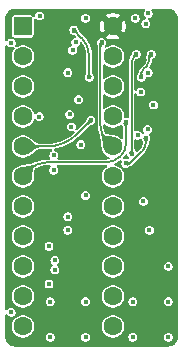
<source format=gbr>
%TF.GenerationSoftware,KiCad,Pcbnew,9.0.2*%
%TF.CreationDate,2025-08-20T02:55:48+06:00*%
%TF.ProjectId,hp3478a-fram-6l,68703334-3738-4612-9d66-72616d2d366c,rev?*%
%TF.SameCoordinates,Original*%
%TF.FileFunction,Copper,L3,Inr*%
%TF.FilePolarity,Positive*%
%FSLAX46Y46*%
G04 Gerber Fmt 4.6, Leading zero omitted, Abs format (unit mm)*
G04 Created by KiCad (PCBNEW 9.0.2) date 2025-08-20 02:55:48*
%MOMM*%
%LPD*%
G01*
G04 APERTURE LIST*
G04 Aperture macros list*
%AMRoundRect*
0 Rectangle with rounded corners*
0 $1 Rounding radius*
0 $2 $3 $4 $5 $6 $7 $8 $9 X,Y pos of 4 corners*
0 Add a 4 corners polygon primitive as box body*
4,1,4,$2,$3,$4,$5,$6,$7,$8,$9,$2,$3,0*
0 Add four circle primitives for the rounded corners*
1,1,$1+$1,$2,$3*
1,1,$1+$1,$4,$5*
1,1,$1+$1,$6,$7*
1,1,$1+$1,$8,$9*
0 Add four rect primitives between the rounded corners*
20,1,$1+$1,$2,$3,$4,$5,0*
20,1,$1+$1,$4,$5,$6,$7,0*
20,1,$1+$1,$6,$7,$8,$9,0*
20,1,$1+$1,$8,$9,$2,$3,0*%
G04 Aperture macros list end*
%TA.AperFunction,ComponentPad*%
%ADD10RoundRect,0.250000X-0.550000X-0.550000X0.550000X-0.550000X0.550000X0.550000X-0.550000X0.550000X0*%
%TD*%
%TA.AperFunction,ComponentPad*%
%ADD11C,1.600000*%
%TD*%
%TA.AperFunction,ViaPad*%
%ADD12C,0.450000*%
%TD*%
%TA.AperFunction,Conductor*%
%ADD13C,0.160000*%
%TD*%
G04 APERTURE END LIST*
D10*
%TO.N,/A3*%
%TO.C,J1*%
X132680000Y-56700000D03*
D11*
%TO.N,/A2*%
X132680000Y-59240000D03*
%TO.N,/A1*%
X132680000Y-61780000D03*
%TO.N,/A0*%
X132680000Y-64320000D03*
%TO.N,/A5*%
X132680000Y-66860000D03*
%TO.N,/A6*%
X132680000Y-69400000D03*
%TO.N,/A7*%
X132680000Y-71940000D03*
%TO.N,GND*%
X132680000Y-74480000D03*
%TO.N,/D0*%
X132680000Y-77020000D03*
X132680000Y-79560000D03*
%TO.N,/D1*%
X132680000Y-82100000D03*
X140300000Y-82100000D03*
%TO.N,/D2*%
X140300000Y-79560000D03*
X140300000Y-77020000D03*
%TO.N,/D3*%
X140300000Y-74480000D03*
X140300000Y-71940000D03*
%TO.N,/CE_{2}*%
X140300000Y-69400000D03*
%TO.N,/OD*%
X140300000Y-66860000D03*
%TO.N,/~{CE_{1}}*%
X140300000Y-64320000D03*
%TO.N,/R{slash}W*%
X140300000Y-61780000D03*
%TO.N,/A4*%
X140300000Y-59240000D03*
%TO.N,+5V*%
X140300000Y-56700000D03*
%TD*%
D12*
%TO.N,+5V*%
X138700000Y-66300000D03*
X140900000Y-65827626D03*
%TO.N,GND*%
X137400000Y-62900000D03*
%TO.N,+5V*%
X138300000Y-67400000D03*
X137200000Y-69600000D03*
%TO.N,GND*%
X131700000Y-80900000D03*
X134100000Y-55800000D03*
X145000000Y-80000000D03*
X135000000Y-83000000D03*
X135400000Y-77300000D03*
X138000000Y-56000000D03*
X142662500Y-62250000D03*
X143300000Y-55600000D03*
X145000000Y-77000000D03*
X143100978Y-56462993D03*
X138000000Y-80000000D03*
X135400000Y-76500000D03*
X143740000Y-63350000D03*
X143306798Y-60609149D03*
X136800000Y-65200000D03*
X142000000Y-83000000D03*
X134900000Y-78500000D03*
X135300000Y-67590000D03*
X135300000Y-68860000D03*
X136900000Y-58700000D03*
X142200000Y-56000000D03*
X145000000Y-83000000D03*
X138000000Y-83000000D03*
X134074167Y-64324025D03*
X135000000Y-80000000D03*
X137150000Y-58050000D03*
X136500000Y-73940000D03*
X138000000Y-71000000D03*
X137600000Y-66700000D03*
X143245873Y-65421304D03*
X142900000Y-71500000D03*
X134900000Y-75300000D03*
X136500000Y-60600000D03*
X131700000Y-58100000D03*
X142000000Y-80000000D03*
%TO.N,+5V*%
X134500000Y-56600000D03*
X144600000Y-56800000D03*
X144200000Y-64425000D03*
X133900000Y-65800000D03*
X145000000Y-56010000D03*
X142462500Y-58150000D03*
X141900000Y-68900000D03*
X133700000Y-63500000D03*
%TO.N,/D2*%
X136492614Y-72807386D03*
%TO.N,/D3*%
X143400000Y-73940000D03*
%TO.N,/A7*%
X141400000Y-68300000D03*
X143100000Y-66100000D03*
%TO.N,/A6*%
X141400000Y-64800000D03*
%TO.N,/A5*%
X138450000Y-64650000D03*
%TO.N,/OD*%
X139350000Y-58050000D03*
%TO.N,/R{slash}W*%
X137000000Y-57000000D03*
X138300000Y-61000000D03*
%TO.N,Net-(U1-Y)*%
X141900000Y-67500000D03*
X142287500Y-59037500D03*
%TO.N,/~{CE}*%
X142400000Y-65900000D03*
%TO.N,/~{OE}*%
X136653855Y-64151866D03*
%TO.N,/~{WE}*%
X143555000Y-59045000D03*
X142700000Y-61000000D03*
%TD*%
D13*
%TO.N,/A7*%
X141866816Y-68178065D02*
X142801288Y-67243592D01*
X143100000Y-66100000D02*
X143100000Y-66522441D01*
X141400000Y-68300000D02*
X141572441Y-68300000D01*
X142801288Y-67243592D02*
G75*
G03*
X143100017Y-66522441I-721188J721192D01*
G01*
X141866816Y-68178065D02*
G75*
G02*
X141572441Y-68300031I-294416J294365D01*
G01*
%TO.N,/A6*%
X133280000Y-68800000D02*
X132680000Y-69400000D01*
X140909027Y-67709027D02*
X141029408Y-67588646D01*
X141400000Y-64800000D02*
X141400000Y-66693956D01*
X139723715Y-68200000D02*
X134728528Y-68200000D01*
X141400000Y-66693956D02*
G75*
G02*
X141029433Y-67588671I-1265300J-44D01*
G01*
X139723715Y-68200000D02*
G75*
G03*
X140909023Y-67709023I-15J1676300D01*
G01*
X133280000Y-68800000D02*
G75*
G02*
X134728528Y-68200012I1448500J-1448500D01*
G01*
%TO.N,/A5*%
X134677294Y-66860000D02*
X132680000Y-66860000D01*
X138450000Y-64650000D02*
X137345000Y-65755000D01*
X134677294Y-66860000D02*
G75*
G03*
X137345002Y-65755002I6J3772700D01*
G01*
%TO.N,/OD*%
X139774500Y-66334500D02*
X140300000Y-66860000D01*
X139299500Y-58100500D02*
X139350000Y-58050000D01*
X139249000Y-58222417D02*
X139249000Y-65065830D01*
X139249000Y-65065830D02*
G75*
G03*
X139774509Y-66334491I1794200J30D01*
G01*
X139249000Y-58222417D02*
G75*
G02*
X139299495Y-58100495I172400J17D01*
G01*
%TO.N,/R{slash}W*%
X137000000Y-57000000D02*
X137650000Y-57650000D01*
X138300000Y-59219238D02*
X138300000Y-61000000D01*
X138300000Y-59219238D02*
G75*
G03*
X137650011Y-57649989I-2219200J38D01*
G01*
%TO.N,Net-(U1-Y)*%
X142093750Y-59231250D02*
X142287500Y-59037500D01*
X141900000Y-67500000D02*
X141900000Y-59699003D01*
X142093750Y-59231250D02*
G75*
G03*
X141900002Y-59699003I467750J-467750D01*
G01*
%TO.N,/~{WE}*%
X143390000Y-59326672D02*
X143390000Y-59510000D01*
X142700000Y-61000000D02*
X142700000Y-60750000D01*
X143177867Y-60022132D02*
X142876776Y-60323223D01*
X143555000Y-59045000D02*
X143472500Y-59127500D01*
X143177867Y-60022132D02*
G75*
G03*
X143389989Y-59510000I-512167J512132D01*
G01*
X142700000Y-60750000D02*
G75*
G02*
X142876788Y-60323235I603500J0D01*
G01*
X143390000Y-59326672D02*
G75*
G02*
X143472508Y-59127508I281700J-28D01*
G01*
%TD*%
%TA.AperFunction,Conductor*%
%TO.N,+5V*%
G36*
X139649903Y-65014113D02*
G01*
X139694092Y-65058302D01*
X139746300Y-65093186D01*
X139849761Y-65162318D01*
X139849767Y-65162320D01*
X139849769Y-65162322D01*
X140022749Y-65233973D01*
X140206384Y-65270500D01*
X140206385Y-65270500D01*
X140393615Y-65270500D01*
X140393616Y-65270500D01*
X140577251Y-65233973D01*
X140750231Y-65162322D01*
X140750234Y-65162319D01*
X140750238Y-65162318D01*
X140806912Y-65124449D01*
X140905908Y-65058302D01*
X140933341Y-65030869D01*
X140958142Y-65018231D01*
X140982164Y-65004164D01*
X140985166Y-65004460D01*
X140987857Y-65003090D01*
X141015355Y-65007445D01*
X141043053Y-65010183D01*
X141045308Y-65012188D01*
X141048290Y-65012661D01*
X141088775Y-65050842D01*
X141119327Y-65103012D01*
X141121429Y-65106788D01*
X141148776Y-65158541D01*
X141157354Y-65181045D01*
X141158528Y-65185796D01*
X141161186Y-65202761D01*
X141164116Y-65245425D01*
X141164117Y-65245435D01*
X141165129Y-65249433D01*
X141166475Y-65254753D01*
X141169500Y-65279036D01*
X141169500Y-66146282D01*
X141150593Y-66204473D01*
X141101093Y-66240437D01*
X141039907Y-66240437D01*
X141000496Y-66216286D01*
X140905911Y-66121701D01*
X140905908Y-66121698D01*
X140830741Y-66071473D01*
X140807382Y-66052048D01*
X140776924Y-66035513D01*
X140750231Y-66017678D01*
X140750230Y-66017677D01*
X140750225Y-66017674D01*
X140729008Y-66008886D01*
X140719670Y-66004433D01*
X140644344Y-65963542D01*
X140631085Y-65957138D01*
X140629068Y-65956279D01*
X140615376Y-65951193D01*
X140615370Y-65951191D01*
X140436384Y-65894123D01*
X140423639Y-65890649D01*
X140421713Y-65890211D01*
X140421708Y-65890210D01*
X140408744Y-65887833D01*
X140408739Y-65887832D01*
X140408732Y-65887831D01*
X140210727Y-65860147D01*
X140203679Y-65859325D01*
X140202586Y-65859223D01*
X140195239Y-65858713D01*
X140047284Y-65851957D01*
X140045586Y-65851865D01*
X139868783Y-65840745D01*
X139855992Y-65839099D01*
X139804496Y-65829026D01*
X139788617Y-65824518D01*
X139752461Y-65810905D01*
X139733251Y-65801169D01*
X139706487Y-65783708D01*
X139688676Y-65768842D01*
X139659868Y-65738401D01*
X139647211Y-65721833D01*
X139611914Y-65663844D01*
X139604558Y-65649127D01*
X139564128Y-65547954D01*
X139564124Y-65547947D01*
X139559216Y-65540119D01*
X139549346Y-65519352D01*
X139543293Y-65501520D01*
X139534857Y-65476669D01*
X139531511Y-65464183D01*
X139494133Y-65276284D01*
X139492444Y-65263449D01*
X139491874Y-65254750D01*
X139481111Y-65090591D01*
X139496171Y-65031291D01*
X139543212Y-64992166D01*
X139604266Y-64988163D01*
X139649903Y-65014113D01*
G37*
%TD.AperFunction*%
%TA.AperFunction,Conductor*%
G36*
X142987647Y-55219407D02*
G01*
X143023611Y-55268907D01*
X143023611Y-55330093D01*
X143002918Y-55363860D01*
X143003476Y-55364288D01*
X142999525Y-55369436D01*
X142950091Y-55455057D01*
X142950090Y-55455062D01*
X142924500Y-55550565D01*
X142924500Y-55649435D01*
X142934149Y-55685445D01*
X142950091Y-55744942D01*
X142999523Y-55830559D01*
X142999525Y-55830562D01*
X143069438Y-55900475D01*
X143078024Y-55905432D01*
X143118964Y-55950900D01*
X143125361Y-56011750D01*
X143094769Y-56064738D01*
X143054148Y-56086794D01*
X142956040Y-56113082D01*
X142956036Y-56113084D01*
X142870418Y-56162516D01*
X142800501Y-56232433D01*
X142751069Y-56318050D01*
X142751068Y-56318055D01*
X142725478Y-56413558D01*
X142725478Y-56512428D01*
X142734368Y-56545606D01*
X142751069Y-56607935D01*
X142797554Y-56688447D01*
X142800503Y-56693555D01*
X142870416Y-56763468D01*
X142880760Y-56769440D01*
X142956036Y-56812901D01*
X142956034Y-56812901D01*
X142956038Y-56812902D01*
X142956040Y-56812903D01*
X143051543Y-56838493D01*
X143051545Y-56838493D01*
X143150411Y-56838493D01*
X143150413Y-56838493D01*
X143245916Y-56812903D01*
X143245918Y-56812901D01*
X143245920Y-56812901D01*
X143291517Y-56786575D01*
X143331540Y-56763468D01*
X143401453Y-56693555D01*
X143450888Y-56607931D01*
X143476478Y-56512428D01*
X143476478Y-56413558D01*
X143450888Y-56318055D01*
X143450886Y-56318052D01*
X143450886Y-56318050D01*
X143401454Y-56232433D01*
X143401453Y-56232431D01*
X143331540Y-56162518D01*
X143322951Y-56157559D01*
X143282012Y-56112090D01*
X143275617Y-56051240D01*
X143306210Y-55998252D01*
X143346830Y-55976197D01*
X143349431Y-55975500D01*
X143349435Y-55975500D01*
X143444938Y-55949910D01*
X143444941Y-55949908D01*
X143444942Y-55949908D01*
X143499423Y-55918453D01*
X143530562Y-55900475D01*
X143600475Y-55830562D01*
X143649910Y-55744938D01*
X143675500Y-55649435D01*
X143675500Y-55550565D01*
X143649910Y-55455062D01*
X143649908Y-55455059D01*
X143649908Y-55455057D01*
X143600474Y-55369436D01*
X143596524Y-55364288D01*
X143597500Y-55363538D01*
X143572763Y-55314987D01*
X143582334Y-55254555D01*
X143625599Y-55211290D01*
X143670544Y-55200500D01*
X144960118Y-55200500D01*
X144995139Y-55200500D01*
X145004842Y-55200977D01*
X145064184Y-55206821D01*
X145146271Y-55214906D01*
X145165302Y-55218691D01*
X145296628Y-55258528D01*
X145314551Y-55265953D01*
X145435581Y-55330645D01*
X145451710Y-55341421D01*
X145527196Y-55403371D01*
X145557794Y-55428482D01*
X145571517Y-55442205D01*
X145582069Y-55455062D01*
X145651092Y-55539168D01*
X145658575Y-55548285D01*
X145669357Y-55564422D01*
X145734045Y-55685445D01*
X145741472Y-55703375D01*
X145781307Y-55834694D01*
X145785093Y-55853728D01*
X145799023Y-55995156D01*
X145799500Y-56004860D01*
X145799500Y-82995139D01*
X145799023Y-83004842D01*
X145799023Y-83004843D01*
X145785093Y-83146271D01*
X145781307Y-83165305D01*
X145741472Y-83296624D01*
X145734045Y-83314554D01*
X145669357Y-83435577D01*
X145658575Y-83451714D01*
X145571517Y-83557794D01*
X145557794Y-83571517D01*
X145451714Y-83658575D01*
X145435577Y-83669357D01*
X145314554Y-83734045D01*
X145296624Y-83741472D01*
X145165305Y-83781307D01*
X145146271Y-83785093D01*
X145004843Y-83799023D01*
X144995139Y-83799500D01*
X132004861Y-83799500D01*
X131995157Y-83799023D01*
X131853728Y-83785093D01*
X131834694Y-83781307D01*
X131703375Y-83741472D01*
X131685445Y-83734045D01*
X131564422Y-83669357D01*
X131548287Y-83658576D01*
X131495245Y-83615046D01*
X131442205Y-83571517D01*
X131428482Y-83557794D01*
X131403371Y-83527196D01*
X131341421Y-83451710D01*
X131330645Y-83435581D01*
X131265953Y-83314551D01*
X131258527Y-83296624D01*
X131253823Y-83281118D01*
X131218691Y-83165302D01*
X131214906Y-83146270D01*
X131200977Y-83004842D01*
X131200500Y-82995139D01*
X131200500Y-82006381D01*
X131729500Y-82006381D01*
X131729500Y-82193618D01*
X131766026Y-82377249D01*
X131837677Y-82550229D01*
X131837681Y-82550238D01*
X131904402Y-82650091D01*
X131941698Y-82705908D01*
X132074092Y-82838302D01*
X132140463Y-82882649D01*
X132229761Y-82942318D01*
X132229767Y-82942320D01*
X132229769Y-82942322D01*
X132402749Y-83013973D01*
X132586384Y-83050500D01*
X132586385Y-83050500D01*
X132773615Y-83050500D01*
X132773616Y-83050500D01*
X132957251Y-83013973D01*
X133110331Y-82950565D01*
X134624500Y-82950565D01*
X134624500Y-83049435D01*
X134636570Y-83094481D01*
X134650091Y-83144942D01*
X134699523Y-83230559D01*
X134699525Y-83230562D01*
X134769438Y-83300475D01*
X134769440Y-83300476D01*
X134855058Y-83349908D01*
X134855056Y-83349908D01*
X134855060Y-83349909D01*
X134855062Y-83349910D01*
X134950565Y-83375500D01*
X134950567Y-83375500D01*
X135049433Y-83375500D01*
X135049435Y-83375500D01*
X135144938Y-83349910D01*
X135144940Y-83349908D01*
X135144942Y-83349908D01*
X135206176Y-83314554D01*
X135230562Y-83300475D01*
X135300475Y-83230562D01*
X135343538Y-83155975D01*
X135349908Y-83144942D01*
X135349908Y-83144940D01*
X135349910Y-83144938D01*
X135375500Y-83049435D01*
X135375500Y-82950565D01*
X137624500Y-82950565D01*
X137624500Y-83049435D01*
X137636570Y-83094481D01*
X137650091Y-83144942D01*
X137699523Y-83230559D01*
X137699525Y-83230562D01*
X137769438Y-83300475D01*
X137769440Y-83300476D01*
X137855058Y-83349908D01*
X137855056Y-83349908D01*
X137855060Y-83349909D01*
X137855062Y-83349910D01*
X137950565Y-83375500D01*
X137950567Y-83375500D01*
X138049433Y-83375500D01*
X138049435Y-83375500D01*
X138144938Y-83349910D01*
X138144940Y-83349908D01*
X138144942Y-83349908D01*
X138206176Y-83314554D01*
X138230562Y-83300475D01*
X138300475Y-83230562D01*
X138343538Y-83155975D01*
X138349908Y-83144942D01*
X138349908Y-83144940D01*
X138349910Y-83144938D01*
X138375500Y-83049435D01*
X138375500Y-82950565D01*
X138349910Y-82855062D01*
X138349908Y-82855059D01*
X138349908Y-82855057D01*
X138300476Y-82769440D01*
X138300475Y-82769438D01*
X138230562Y-82699525D01*
X138230559Y-82699523D01*
X138144941Y-82650091D01*
X138144943Y-82650091D01*
X138107885Y-82640161D01*
X138049435Y-82624500D01*
X137950565Y-82624500D01*
X137892114Y-82640161D01*
X137855057Y-82650091D01*
X137769440Y-82699523D01*
X137699523Y-82769440D01*
X137650091Y-82855057D01*
X137650090Y-82855062D01*
X137624500Y-82950565D01*
X135375500Y-82950565D01*
X135349910Y-82855062D01*
X135349908Y-82855059D01*
X135349908Y-82855057D01*
X135300476Y-82769440D01*
X135300475Y-82769438D01*
X135230562Y-82699525D01*
X135230559Y-82699523D01*
X135144941Y-82650091D01*
X135144943Y-82650091D01*
X135107885Y-82640161D01*
X135049435Y-82624500D01*
X134950565Y-82624500D01*
X134892114Y-82640161D01*
X134855057Y-82650091D01*
X134769440Y-82699523D01*
X134699523Y-82769440D01*
X134650091Y-82855057D01*
X134650090Y-82855062D01*
X134624500Y-82950565D01*
X133110331Y-82950565D01*
X133130231Y-82942322D01*
X133130234Y-82942319D01*
X133130238Y-82942318D01*
X133250799Y-82861761D01*
X133285908Y-82838302D01*
X133418302Y-82705908D01*
X133492282Y-82595187D01*
X133522318Y-82550238D01*
X133522319Y-82550234D01*
X133522322Y-82550231D01*
X133593973Y-82377251D01*
X133630500Y-82193616D01*
X133630500Y-82006384D01*
X133630499Y-82006381D01*
X139349500Y-82006381D01*
X139349500Y-82193618D01*
X139386026Y-82377249D01*
X139457677Y-82550229D01*
X139457681Y-82550238D01*
X139524402Y-82650091D01*
X139561698Y-82705908D01*
X139694092Y-82838302D01*
X139760463Y-82882649D01*
X139849761Y-82942318D01*
X139849767Y-82942320D01*
X139849769Y-82942322D01*
X140022749Y-83013973D01*
X140206384Y-83050500D01*
X140206385Y-83050500D01*
X140393615Y-83050500D01*
X140393616Y-83050500D01*
X140577251Y-83013973D01*
X140730331Y-82950565D01*
X141624500Y-82950565D01*
X141624500Y-83049435D01*
X141636570Y-83094481D01*
X141650091Y-83144942D01*
X141699523Y-83230559D01*
X141699525Y-83230562D01*
X141769438Y-83300475D01*
X141769440Y-83300476D01*
X141855058Y-83349908D01*
X141855056Y-83349908D01*
X141855060Y-83349909D01*
X141855062Y-83349910D01*
X141950565Y-83375500D01*
X141950567Y-83375500D01*
X142049433Y-83375500D01*
X142049435Y-83375500D01*
X142144938Y-83349910D01*
X142144940Y-83349908D01*
X142144942Y-83349908D01*
X142206176Y-83314554D01*
X142230562Y-83300475D01*
X142300475Y-83230562D01*
X142343538Y-83155975D01*
X142349908Y-83144942D01*
X142349908Y-83144940D01*
X142349910Y-83144938D01*
X142375500Y-83049435D01*
X142375500Y-82950565D01*
X144624500Y-82950565D01*
X144624500Y-83049435D01*
X144636570Y-83094481D01*
X144650091Y-83144942D01*
X144699523Y-83230559D01*
X144699525Y-83230562D01*
X144769438Y-83300475D01*
X144769440Y-83300476D01*
X144855058Y-83349908D01*
X144855056Y-83349908D01*
X144855060Y-83349909D01*
X144855062Y-83349910D01*
X144950565Y-83375500D01*
X144950567Y-83375500D01*
X145049433Y-83375500D01*
X145049435Y-83375500D01*
X145144938Y-83349910D01*
X145144940Y-83349908D01*
X145144942Y-83349908D01*
X145206176Y-83314554D01*
X145230562Y-83300475D01*
X145300475Y-83230562D01*
X145343538Y-83155975D01*
X145349908Y-83144942D01*
X145349908Y-83144940D01*
X145349910Y-83144938D01*
X145375500Y-83049435D01*
X145375500Y-82950565D01*
X145349910Y-82855062D01*
X145349908Y-82855059D01*
X145349908Y-82855057D01*
X145300476Y-82769440D01*
X145300475Y-82769438D01*
X145230562Y-82699525D01*
X145230559Y-82699523D01*
X145144941Y-82650091D01*
X145144943Y-82650091D01*
X145107885Y-82640161D01*
X145049435Y-82624500D01*
X144950565Y-82624500D01*
X144892114Y-82640161D01*
X144855057Y-82650091D01*
X144769440Y-82699523D01*
X144699523Y-82769440D01*
X144650091Y-82855057D01*
X144650090Y-82855062D01*
X144624500Y-82950565D01*
X142375500Y-82950565D01*
X142349910Y-82855062D01*
X142349908Y-82855059D01*
X142349908Y-82855057D01*
X142300476Y-82769440D01*
X142300475Y-82769438D01*
X142230562Y-82699525D01*
X142230559Y-82699523D01*
X142144941Y-82650091D01*
X142144943Y-82650091D01*
X142107885Y-82640161D01*
X142049435Y-82624500D01*
X141950565Y-82624500D01*
X141892114Y-82640161D01*
X141855057Y-82650091D01*
X141769440Y-82699523D01*
X141699523Y-82769440D01*
X141650091Y-82855057D01*
X141650090Y-82855062D01*
X141624500Y-82950565D01*
X140730331Y-82950565D01*
X140750231Y-82942322D01*
X140750234Y-82942319D01*
X140750238Y-82942318D01*
X140870799Y-82861761D01*
X140905908Y-82838302D01*
X141038302Y-82705908D01*
X141112282Y-82595187D01*
X141142318Y-82550238D01*
X141142319Y-82550234D01*
X141142322Y-82550231D01*
X141213973Y-82377251D01*
X141250500Y-82193616D01*
X141250500Y-82006384D01*
X141213973Y-81822749D01*
X141142322Y-81649769D01*
X141142320Y-81649767D01*
X141142318Y-81649761D01*
X141082649Y-81560463D01*
X141038302Y-81494092D01*
X140905908Y-81361698D01*
X140861559Y-81332065D01*
X140750238Y-81257681D01*
X140750229Y-81257677D01*
X140577249Y-81186026D01*
X140393618Y-81149500D01*
X140393616Y-81149500D01*
X140206384Y-81149500D01*
X140206381Y-81149500D01*
X140022750Y-81186026D01*
X139849770Y-81257677D01*
X139849761Y-81257681D01*
X139694092Y-81361698D01*
X139694088Y-81361701D01*
X139561701Y-81494088D01*
X139561698Y-81494092D01*
X139457681Y-81649761D01*
X139457677Y-81649770D01*
X139386026Y-81822750D01*
X139349500Y-82006381D01*
X133630499Y-82006381D01*
X133593973Y-81822749D01*
X133522322Y-81649769D01*
X133522320Y-81649767D01*
X133522318Y-81649761D01*
X133462649Y-81560463D01*
X133418302Y-81494092D01*
X133285908Y-81361698D01*
X133241559Y-81332065D01*
X133130238Y-81257681D01*
X133130229Y-81257677D01*
X132957249Y-81186026D01*
X132773618Y-81149500D01*
X132773616Y-81149500D01*
X132586384Y-81149500D01*
X132586381Y-81149500D01*
X132402750Y-81186026D01*
X132229770Y-81257677D01*
X132229761Y-81257681D01*
X132074092Y-81361698D01*
X132074088Y-81361701D01*
X131941701Y-81494088D01*
X131941698Y-81494092D01*
X131837681Y-81649761D01*
X131837677Y-81649770D01*
X131766026Y-81822750D01*
X131729500Y-82006381D01*
X131200500Y-82006381D01*
X131200500Y-81155313D01*
X131219407Y-81097122D01*
X131268907Y-81061158D01*
X131330093Y-81061158D01*
X131379593Y-81097122D01*
X131385236Y-81105813D01*
X131399525Y-81130562D01*
X131469438Y-81200475D01*
X131469440Y-81200476D01*
X131555058Y-81249908D01*
X131555056Y-81249908D01*
X131555060Y-81249909D01*
X131555062Y-81249910D01*
X131650565Y-81275500D01*
X131650567Y-81275500D01*
X131749433Y-81275500D01*
X131749435Y-81275500D01*
X131844938Y-81249910D01*
X131844940Y-81249908D01*
X131844942Y-81249908D01*
X131870377Y-81235222D01*
X131930562Y-81200475D01*
X132000475Y-81130562D01*
X132049910Y-81044938D01*
X132075500Y-80949435D01*
X132075500Y-80850565D01*
X132049910Y-80755062D01*
X132049908Y-80755059D01*
X132049908Y-80755057D01*
X132000476Y-80669440D01*
X132000475Y-80669438D01*
X131930562Y-80599525D01*
X131930559Y-80599523D01*
X131844941Y-80550091D01*
X131844943Y-80550091D01*
X131807885Y-80540161D01*
X131749435Y-80524500D01*
X131650565Y-80524500D01*
X131592114Y-80540161D01*
X131555057Y-80550091D01*
X131469440Y-80599523D01*
X131399524Y-80669439D01*
X131385236Y-80694187D01*
X131339766Y-80735128D01*
X131278915Y-80741522D01*
X131225928Y-80710929D01*
X131201042Y-80655033D01*
X131200500Y-80644686D01*
X131200500Y-79466381D01*
X131729500Y-79466381D01*
X131729500Y-79653618D01*
X131766026Y-79837249D01*
X131837677Y-80010229D01*
X131837681Y-80010238D01*
X131912065Y-80121559D01*
X131941698Y-80165908D01*
X132074092Y-80298302D01*
X132140463Y-80342649D01*
X132229761Y-80402318D01*
X132229767Y-80402320D01*
X132229769Y-80402322D01*
X132402749Y-80473973D01*
X132586384Y-80510500D01*
X132586385Y-80510500D01*
X132773615Y-80510500D01*
X132773616Y-80510500D01*
X132957251Y-80473973D01*
X133130231Y-80402322D01*
X133130234Y-80402319D01*
X133130238Y-80402318D01*
X133175187Y-80372282D01*
X133285908Y-80298302D01*
X133418302Y-80165908D01*
X133496128Y-80049433D01*
X133522318Y-80010238D01*
X133522323Y-80010229D01*
X133547037Y-79950565D01*
X134624500Y-79950565D01*
X134624500Y-80049435D01*
X134647067Y-80133657D01*
X134650091Y-80144942D01*
X134699523Y-80230559D01*
X134699525Y-80230562D01*
X134769438Y-80300475D01*
X134769440Y-80300476D01*
X134855058Y-80349908D01*
X134855056Y-80349908D01*
X134855060Y-80349909D01*
X134855062Y-80349910D01*
X134950565Y-80375500D01*
X134950567Y-80375500D01*
X135049433Y-80375500D01*
X135049435Y-80375500D01*
X135144938Y-80349910D01*
X135144940Y-80349908D01*
X135144942Y-80349908D01*
X135170377Y-80335222D01*
X135230562Y-80300475D01*
X135300475Y-80230562D01*
X135349910Y-80144938D01*
X135375500Y-80049435D01*
X135375500Y-79950565D01*
X137624500Y-79950565D01*
X137624500Y-80049435D01*
X137647067Y-80133657D01*
X137650091Y-80144942D01*
X137699523Y-80230559D01*
X137699525Y-80230562D01*
X137769438Y-80300475D01*
X137769440Y-80300476D01*
X137855058Y-80349908D01*
X137855056Y-80349908D01*
X137855060Y-80349909D01*
X137855062Y-80349910D01*
X137950565Y-80375500D01*
X137950567Y-80375500D01*
X138049433Y-80375500D01*
X138049435Y-80375500D01*
X138144938Y-80349910D01*
X138144940Y-80349908D01*
X138144942Y-80349908D01*
X138170377Y-80335222D01*
X138230562Y-80300475D01*
X138300475Y-80230562D01*
X138349910Y-80144938D01*
X138375500Y-80049435D01*
X138375500Y-79950565D01*
X138349910Y-79855062D01*
X138349908Y-79855059D01*
X138349908Y-79855057D01*
X138300476Y-79769440D01*
X138300475Y-79769438D01*
X138230562Y-79699525D01*
X138230559Y-79699523D01*
X138144941Y-79650091D01*
X138144943Y-79650091D01*
X138107885Y-79640161D01*
X138049435Y-79624500D01*
X137950565Y-79624500D01*
X137892114Y-79640161D01*
X137855057Y-79650091D01*
X137769440Y-79699523D01*
X137699523Y-79769440D01*
X137650091Y-79855057D01*
X137650090Y-79855062D01*
X137624500Y-79950565D01*
X135375500Y-79950565D01*
X135349910Y-79855062D01*
X135349908Y-79855059D01*
X135349908Y-79855057D01*
X135300476Y-79769440D01*
X135300475Y-79769438D01*
X135230562Y-79699525D01*
X135230559Y-79699523D01*
X135144941Y-79650091D01*
X135144943Y-79650091D01*
X135107885Y-79640161D01*
X135049435Y-79624500D01*
X134950565Y-79624500D01*
X134892114Y-79640161D01*
X134855057Y-79650091D01*
X134769440Y-79699523D01*
X134699523Y-79769440D01*
X134650091Y-79855057D01*
X134650090Y-79855062D01*
X134624500Y-79950565D01*
X133547037Y-79950565D01*
X133593973Y-79837251D01*
X133630500Y-79653616D01*
X133630500Y-79466384D01*
X133630499Y-79466381D01*
X139349500Y-79466381D01*
X139349500Y-79653618D01*
X139386026Y-79837249D01*
X139457677Y-80010229D01*
X139457681Y-80010238D01*
X139532065Y-80121559D01*
X139561698Y-80165908D01*
X139694092Y-80298302D01*
X139760463Y-80342649D01*
X139849761Y-80402318D01*
X139849767Y-80402320D01*
X139849769Y-80402322D01*
X140022749Y-80473973D01*
X140206384Y-80510500D01*
X140206385Y-80510500D01*
X140393615Y-80510500D01*
X140393616Y-80510500D01*
X140577251Y-80473973D01*
X140750231Y-80402322D01*
X140750234Y-80402319D01*
X140750238Y-80402318D01*
X140795187Y-80372282D01*
X140905908Y-80298302D01*
X141038302Y-80165908D01*
X141116128Y-80049433D01*
X141142318Y-80010238D01*
X141142323Y-80010229D01*
X141167037Y-79950565D01*
X141624500Y-79950565D01*
X141624500Y-80049435D01*
X141647067Y-80133657D01*
X141650091Y-80144942D01*
X141699523Y-80230559D01*
X141699525Y-80230562D01*
X141769438Y-80300475D01*
X141769440Y-80300476D01*
X141855058Y-80349908D01*
X141855056Y-80349908D01*
X141855060Y-80349909D01*
X141855062Y-80349910D01*
X141950565Y-80375500D01*
X141950567Y-80375500D01*
X142049433Y-80375500D01*
X142049435Y-80375500D01*
X142144938Y-80349910D01*
X142144940Y-80349908D01*
X142144942Y-80349908D01*
X142170377Y-80335222D01*
X142230562Y-80300475D01*
X142300475Y-80230562D01*
X142349910Y-80144938D01*
X142375500Y-80049435D01*
X142375500Y-79950565D01*
X144624500Y-79950565D01*
X144624500Y-80049435D01*
X144647067Y-80133657D01*
X144650091Y-80144942D01*
X144699523Y-80230559D01*
X144699525Y-80230562D01*
X144769438Y-80300475D01*
X144769440Y-80300476D01*
X144855058Y-80349908D01*
X144855056Y-80349908D01*
X144855060Y-80349909D01*
X144855062Y-80349910D01*
X144950565Y-80375500D01*
X144950567Y-80375500D01*
X145049433Y-80375500D01*
X145049435Y-80375500D01*
X145144938Y-80349910D01*
X145144940Y-80349908D01*
X145144942Y-80349908D01*
X145170377Y-80335222D01*
X145230562Y-80300475D01*
X145300475Y-80230562D01*
X145349910Y-80144938D01*
X145375500Y-80049435D01*
X145375500Y-79950565D01*
X145349910Y-79855062D01*
X145349908Y-79855059D01*
X145349908Y-79855057D01*
X145300476Y-79769440D01*
X145300475Y-79769438D01*
X145230562Y-79699525D01*
X145230559Y-79699523D01*
X145144941Y-79650091D01*
X145144943Y-79650091D01*
X145107885Y-79640161D01*
X145049435Y-79624500D01*
X144950565Y-79624500D01*
X144892114Y-79640161D01*
X144855057Y-79650091D01*
X144769440Y-79699523D01*
X144699523Y-79769440D01*
X144650091Y-79855057D01*
X144650090Y-79855062D01*
X144624500Y-79950565D01*
X142375500Y-79950565D01*
X142349910Y-79855062D01*
X142349908Y-79855059D01*
X142349908Y-79855057D01*
X142300476Y-79769440D01*
X142300475Y-79769438D01*
X142230562Y-79699525D01*
X142230559Y-79699523D01*
X142144941Y-79650091D01*
X142144943Y-79650091D01*
X142107885Y-79640161D01*
X142049435Y-79624500D01*
X141950565Y-79624500D01*
X141892114Y-79640161D01*
X141855057Y-79650091D01*
X141769440Y-79699523D01*
X141699523Y-79769440D01*
X141650091Y-79855057D01*
X141650090Y-79855062D01*
X141624500Y-79950565D01*
X141167037Y-79950565D01*
X141213973Y-79837251D01*
X141250500Y-79653616D01*
X141250500Y-79466384D01*
X141213973Y-79282749D01*
X141142322Y-79109769D01*
X141142320Y-79109767D01*
X141142318Y-79109761D01*
X141082649Y-79020463D01*
X141038302Y-78954092D01*
X140905908Y-78821698D01*
X140861559Y-78792065D01*
X140750238Y-78717681D01*
X140750229Y-78717677D01*
X140577249Y-78646026D01*
X140393618Y-78609500D01*
X140393616Y-78609500D01*
X140206384Y-78609500D01*
X140206381Y-78609500D01*
X140022750Y-78646026D01*
X139849770Y-78717677D01*
X139849761Y-78717681D01*
X139694092Y-78821698D01*
X139694088Y-78821701D01*
X139561701Y-78954088D01*
X139561698Y-78954092D01*
X139457681Y-79109761D01*
X139457677Y-79109770D01*
X139386026Y-79282750D01*
X139349500Y-79466381D01*
X133630499Y-79466381D01*
X133593973Y-79282749D01*
X133522322Y-79109769D01*
X133522320Y-79109767D01*
X133522318Y-79109761D01*
X133462649Y-79020463D01*
X133418302Y-78954092D01*
X133285908Y-78821698D01*
X133241559Y-78792065D01*
X133130238Y-78717681D01*
X133130229Y-78717677D01*
X132957249Y-78646026D01*
X132773618Y-78609500D01*
X132773616Y-78609500D01*
X132586384Y-78609500D01*
X132586381Y-78609500D01*
X132402750Y-78646026D01*
X132229770Y-78717677D01*
X132229761Y-78717681D01*
X132074092Y-78821698D01*
X132074088Y-78821701D01*
X131941701Y-78954088D01*
X131941698Y-78954092D01*
X131837681Y-79109761D01*
X131837677Y-79109770D01*
X131766026Y-79282750D01*
X131729500Y-79466381D01*
X131200500Y-79466381D01*
X131200500Y-78450565D01*
X134524500Y-78450565D01*
X134524500Y-78549435D01*
X134547067Y-78633657D01*
X134550091Y-78644942D01*
X134592086Y-78717678D01*
X134599525Y-78730562D01*
X134669438Y-78800475D01*
X134669440Y-78800476D01*
X134755058Y-78849908D01*
X134755056Y-78849908D01*
X134755060Y-78849909D01*
X134755062Y-78849910D01*
X134850565Y-78875500D01*
X134850567Y-78875500D01*
X134949433Y-78875500D01*
X134949435Y-78875500D01*
X135044938Y-78849910D01*
X135044940Y-78849908D01*
X135044942Y-78849908D01*
X135093797Y-78821701D01*
X135130562Y-78800475D01*
X135200475Y-78730562D01*
X135235222Y-78670377D01*
X135249908Y-78644942D01*
X135249908Y-78644940D01*
X135249910Y-78644938D01*
X135275500Y-78549435D01*
X135275500Y-78450565D01*
X135249910Y-78355062D01*
X135249908Y-78355059D01*
X135249908Y-78355057D01*
X135200476Y-78269440D01*
X135200475Y-78269438D01*
X135130562Y-78199525D01*
X135130559Y-78199523D01*
X135044941Y-78150091D01*
X135044943Y-78150091D01*
X135007885Y-78140161D01*
X134949435Y-78124500D01*
X134850565Y-78124500D01*
X134792114Y-78140161D01*
X134755057Y-78150091D01*
X134669440Y-78199523D01*
X134599523Y-78269440D01*
X134550091Y-78355057D01*
X134550090Y-78355062D01*
X134524500Y-78450565D01*
X131200500Y-78450565D01*
X131200500Y-76926381D01*
X131729500Y-76926381D01*
X131729500Y-77113618D01*
X131766026Y-77297249D01*
X131837677Y-77470229D01*
X131837681Y-77470238D01*
X131912065Y-77581559D01*
X131941698Y-77625908D01*
X132074092Y-77758302D01*
X132140463Y-77802649D01*
X132229761Y-77862318D01*
X132229767Y-77862320D01*
X132229769Y-77862322D01*
X132402749Y-77933973D01*
X132586384Y-77970500D01*
X132586385Y-77970500D01*
X132773615Y-77970500D01*
X132773616Y-77970500D01*
X132957251Y-77933973D01*
X133130231Y-77862322D01*
X133130234Y-77862319D01*
X133130238Y-77862318D01*
X133175187Y-77832282D01*
X133285908Y-77758302D01*
X133418302Y-77625908D01*
X133492282Y-77515187D01*
X133522318Y-77470238D01*
X133522319Y-77470234D01*
X133522322Y-77470231D01*
X133593973Y-77297251D01*
X133630500Y-77113616D01*
X133630500Y-76926384D01*
X133593973Y-76742749D01*
X133522322Y-76569769D01*
X133522320Y-76569767D01*
X133522318Y-76569761D01*
X133475088Y-76499078D01*
X133442672Y-76450565D01*
X135024500Y-76450565D01*
X135024500Y-76549435D01*
X135029949Y-76569770D01*
X135050091Y-76644942D01*
X135099523Y-76730559D01*
X135099525Y-76730562D01*
X135169438Y-76800475D01*
X135188278Y-76811352D01*
X135193321Y-76814264D01*
X135234262Y-76859734D01*
X135240656Y-76920585D01*
X135210063Y-76973572D01*
X135193321Y-76985736D01*
X135169439Y-76999524D01*
X135099523Y-77069440D01*
X135050091Y-77155057D01*
X135050090Y-77155062D01*
X135024500Y-77250565D01*
X135024500Y-77349435D01*
X135031484Y-77375500D01*
X135050091Y-77444942D01*
X135099523Y-77530559D01*
X135099525Y-77530562D01*
X135169438Y-77600475D01*
X135169440Y-77600476D01*
X135255058Y-77649908D01*
X135255056Y-77649908D01*
X135255060Y-77649909D01*
X135255062Y-77649910D01*
X135350565Y-77675500D01*
X135350567Y-77675500D01*
X135449433Y-77675500D01*
X135449435Y-77675500D01*
X135544938Y-77649910D01*
X135544940Y-77649908D01*
X135544942Y-77649908D01*
X135570377Y-77635222D01*
X135630562Y-77600475D01*
X135700475Y-77530562D01*
X135749910Y-77444938D01*
X135775500Y-77349435D01*
X135775500Y-77250565D01*
X135749910Y-77155062D01*
X135749908Y-77155059D01*
X135749908Y-77155057D01*
X135700476Y-77069440D01*
X135700475Y-77069438D01*
X135630562Y-76999525D01*
X135605673Y-76985155D01*
X135604700Y-76984563D01*
X135585479Y-76962192D01*
X135565738Y-76940267D01*
X135565611Y-76939067D01*
X135564827Y-76938154D01*
X135563865Y-76926381D01*
X139349500Y-76926381D01*
X139349500Y-77113618D01*
X139386026Y-77297249D01*
X139457677Y-77470229D01*
X139457681Y-77470238D01*
X139532065Y-77581559D01*
X139561698Y-77625908D01*
X139694092Y-77758302D01*
X139760463Y-77802649D01*
X139849761Y-77862318D01*
X139849767Y-77862320D01*
X139849769Y-77862322D01*
X140022749Y-77933973D01*
X140206384Y-77970500D01*
X140206385Y-77970500D01*
X140393615Y-77970500D01*
X140393616Y-77970500D01*
X140577251Y-77933973D01*
X140750231Y-77862322D01*
X140750234Y-77862319D01*
X140750238Y-77862318D01*
X140795187Y-77832282D01*
X140905908Y-77758302D01*
X141038302Y-77625908D01*
X141112282Y-77515187D01*
X141142318Y-77470238D01*
X141142319Y-77470234D01*
X141142322Y-77470231D01*
X141213973Y-77297251D01*
X141250500Y-77113616D01*
X141250500Y-76950565D01*
X144624500Y-76950565D01*
X144624500Y-77049435D01*
X144641697Y-77113614D01*
X144650091Y-77144942D01*
X144699523Y-77230559D01*
X144699525Y-77230562D01*
X144769438Y-77300475D01*
X144769440Y-77300476D01*
X144855058Y-77349908D01*
X144855056Y-77349908D01*
X144855060Y-77349909D01*
X144855062Y-77349910D01*
X144950565Y-77375500D01*
X144950567Y-77375500D01*
X145049433Y-77375500D01*
X145049435Y-77375500D01*
X145144938Y-77349910D01*
X145144940Y-77349908D01*
X145144942Y-77349908D01*
X145170377Y-77335222D01*
X145230562Y-77300475D01*
X145300475Y-77230562D01*
X145349910Y-77144938D01*
X145375500Y-77049435D01*
X145375500Y-76950565D01*
X145349910Y-76855062D01*
X145349908Y-76855059D01*
X145349908Y-76855057D01*
X145300476Y-76769440D01*
X145300475Y-76769438D01*
X145230562Y-76699525D01*
X145230559Y-76699523D01*
X145144941Y-76650091D01*
X145144943Y-76650091D01*
X145107885Y-76640161D01*
X145049435Y-76624500D01*
X144950565Y-76624500D01*
X144892114Y-76640161D01*
X144855057Y-76650091D01*
X144769440Y-76699523D01*
X144699523Y-76769440D01*
X144650091Y-76855057D01*
X144643844Y-76878372D01*
X144624500Y-76950565D01*
X141250500Y-76950565D01*
X141250500Y-76926384D01*
X141213973Y-76742749D01*
X141142322Y-76569769D01*
X141142320Y-76569767D01*
X141142318Y-76569761D01*
X141062672Y-76450565D01*
X141038302Y-76414092D01*
X140905908Y-76281698D01*
X140861559Y-76252065D01*
X140750238Y-76177681D01*
X140750229Y-76177677D01*
X140577249Y-76106026D01*
X140393618Y-76069500D01*
X140393616Y-76069500D01*
X140206384Y-76069500D01*
X140206381Y-76069500D01*
X140022750Y-76106026D01*
X139849770Y-76177677D01*
X139849761Y-76177681D01*
X139694092Y-76281698D01*
X139694088Y-76281701D01*
X139561701Y-76414088D01*
X139561698Y-76414092D01*
X139457681Y-76569761D01*
X139457677Y-76569770D01*
X139386026Y-76742750D01*
X139349500Y-76926381D01*
X135563865Y-76926381D01*
X135562427Y-76908773D01*
X135559342Y-76879417D01*
X135559945Y-76878372D01*
X135559847Y-76877172D01*
X135575180Y-76851983D01*
X135589935Y-76826429D01*
X135591374Y-76825383D01*
X135591663Y-76824909D01*
X135592519Y-76824551D01*
X135606679Y-76814264D01*
X135610841Y-76811860D01*
X135630562Y-76800475D01*
X135700475Y-76730562D01*
X135746935Y-76650091D01*
X135749908Y-76644942D01*
X135749908Y-76644940D01*
X135749910Y-76644938D01*
X135775500Y-76549435D01*
X135775500Y-76450565D01*
X135749910Y-76355062D01*
X135749908Y-76355059D01*
X135749908Y-76355057D01*
X135700476Y-76269440D01*
X135700475Y-76269438D01*
X135630562Y-76199525D01*
X135630559Y-76199523D01*
X135544941Y-76150091D01*
X135544943Y-76150091D01*
X135507885Y-76140161D01*
X135449435Y-76124500D01*
X135350565Y-76124500D01*
X135292114Y-76140161D01*
X135255057Y-76150091D01*
X135169440Y-76199523D01*
X135099523Y-76269440D01*
X135050091Y-76355057D01*
X135050090Y-76355062D01*
X135024500Y-76450565D01*
X133442672Y-76450565D01*
X133418302Y-76414092D01*
X133285908Y-76281698D01*
X133241559Y-76252065D01*
X133130238Y-76177681D01*
X133130229Y-76177677D01*
X132957249Y-76106026D01*
X132773618Y-76069500D01*
X132773616Y-76069500D01*
X132586384Y-76069500D01*
X132586381Y-76069500D01*
X132402750Y-76106026D01*
X132229770Y-76177677D01*
X132229761Y-76177681D01*
X132074092Y-76281698D01*
X132074088Y-76281701D01*
X131941701Y-76414088D01*
X131941698Y-76414092D01*
X131837681Y-76569761D01*
X131837677Y-76569770D01*
X131766026Y-76742750D01*
X131729500Y-76926381D01*
X131200500Y-76926381D01*
X131200500Y-74386381D01*
X131729500Y-74386381D01*
X131729500Y-74573618D01*
X131766026Y-74757249D01*
X131837677Y-74930229D01*
X131837681Y-74930238D01*
X131912065Y-75041559D01*
X131941698Y-75085908D01*
X132074092Y-75218302D01*
X132122377Y-75250565D01*
X132229761Y-75322318D01*
X132229767Y-75322320D01*
X132229769Y-75322322D01*
X132402749Y-75393973D01*
X132586384Y-75430500D01*
X132586385Y-75430500D01*
X132773615Y-75430500D01*
X132773616Y-75430500D01*
X132957251Y-75393973D01*
X133130231Y-75322322D01*
X133130234Y-75322319D01*
X133130238Y-75322318D01*
X133175187Y-75292282D01*
X133237622Y-75250565D01*
X134524500Y-75250565D01*
X134524500Y-75349435D01*
X134536434Y-75393973D01*
X134550091Y-75444942D01*
X134599523Y-75530559D01*
X134599525Y-75530562D01*
X134669438Y-75600475D01*
X134669440Y-75600476D01*
X134755058Y-75649908D01*
X134755056Y-75649908D01*
X134755060Y-75649909D01*
X134755062Y-75649910D01*
X134850565Y-75675500D01*
X134850567Y-75675500D01*
X134949433Y-75675500D01*
X134949435Y-75675500D01*
X135044938Y-75649910D01*
X135044940Y-75649908D01*
X135044942Y-75649908D01*
X135070377Y-75635222D01*
X135130562Y-75600475D01*
X135200475Y-75530562D01*
X135249910Y-75444938D01*
X135275500Y-75349435D01*
X135275500Y-75250565D01*
X135249910Y-75155062D01*
X135249908Y-75155059D01*
X135249908Y-75155057D01*
X135200476Y-75069440D01*
X135200475Y-75069438D01*
X135130562Y-74999525D01*
X135130559Y-74999523D01*
X135044941Y-74950091D01*
X135044943Y-74950091D01*
X135007885Y-74940161D01*
X134949435Y-74924500D01*
X134850565Y-74924500D01*
X134792114Y-74940161D01*
X134755057Y-74950091D01*
X134669440Y-74999523D01*
X134599523Y-75069440D01*
X134550091Y-75155057D01*
X134550090Y-75155062D01*
X134524500Y-75250565D01*
X133237622Y-75250565D01*
X133285908Y-75218302D01*
X133418302Y-75085908D01*
X133509053Y-74950090D01*
X133522318Y-74930238D01*
X133522319Y-74930234D01*
X133522322Y-74930231D01*
X133593973Y-74757251D01*
X133630500Y-74573616D01*
X133630500Y-74386384D01*
X133630499Y-74386381D01*
X139349500Y-74386381D01*
X139349500Y-74573618D01*
X139386026Y-74757249D01*
X139457677Y-74930229D01*
X139457681Y-74930238D01*
X139532065Y-75041559D01*
X139561698Y-75085908D01*
X139694092Y-75218302D01*
X139742377Y-75250565D01*
X139849761Y-75322318D01*
X139849767Y-75322320D01*
X139849769Y-75322322D01*
X140022749Y-75393973D01*
X140206384Y-75430500D01*
X140206385Y-75430500D01*
X140393615Y-75430500D01*
X140393616Y-75430500D01*
X140577251Y-75393973D01*
X140750231Y-75322322D01*
X140750234Y-75322319D01*
X140750238Y-75322318D01*
X140795187Y-75292282D01*
X140905908Y-75218302D01*
X141038302Y-75085908D01*
X141129053Y-74950090D01*
X141142318Y-74930238D01*
X141142319Y-74930234D01*
X141142322Y-74930231D01*
X141213973Y-74757251D01*
X141250500Y-74573616D01*
X141250500Y-74386384D01*
X141213973Y-74202749D01*
X141142322Y-74029769D01*
X141142320Y-74029766D01*
X141142318Y-74029762D01*
X141081724Y-73939078D01*
X141049309Y-73890565D01*
X143024500Y-73890565D01*
X143024500Y-73989435D01*
X143035308Y-74029770D01*
X143050091Y-74084942D01*
X143099523Y-74170559D01*
X143099525Y-74170562D01*
X143169438Y-74240475D01*
X143169440Y-74240476D01*
X143255058Y-74289908D01*
X143255056Y-74289908D01*
X143255060Y-74289909D01*
X143255062Y-74289910D01*
X143350565Y-74315500D01*
X143350567Y-74315500D01*
X143449433Y-74315500D01*
X143449435Y-74315500D01*
X143544938Y-74289910D01*
X143544940Y-74289908D01*
X143544942Y-74289908D01*
X143570377Y-74275222D01*
X143630562Y-74240475D01*
X143700475Y-74170562D01*
X143749910Y-74084938D01*
X143775500Y-73989435D01*
X143775500Y-73890565D01*
X143749910Y-73795062D01*
X143749908Y-73795059D01*
X143749908Y-73795057D01*
X143700476Y-73709440D01*
X143700475Y-73709438D01*
X143630562Y-73639525D01*
X143630559Y-73639523D01*
X143544941Y-73590091D01*
X143544943Y-73590091D01*
X143507885Y-73580161D01*
X143449435Y-73564500D01*
X143350565Y-73564500D01*
X143292114Y-73580161D01*
X143255057Y-73590091D01*
X143169440Y-73639523D01*
X143099523Y-73709440D01*
X143050091Y-73795057D01*
X143050090Y-73795062D01*
X143024500Y-73890565D01*
X141049309Y-73890565D01*
X141038302Y-73874092D01*
X140905908Y-73741698D01*
X140861559Y-73712065D01*
X140750238Y-73637681D01*
X140750229Y-73637677D01*
X140577249Y-73566026D01*
X140393618Y-73529500D01*
X140393616Y-73529500D01*
X140206384Y-73529500D01*
X140206381Y-73529500D01*
X140022750Y-73566026D01*
X139849770Y-73637677D01*
X139849761Y-73637681D01*
X139694092Y-73741698D01*
X139694088Y-73741701D01*
X139561701Y-73874088D01*
X139561698Y-73874092D01*
X139457681Y-74029761D01*
X139457677Y-74029770D01*
X139386026Y-74202750D01*
X139349500Y-74386381D01*
X133630499Y-74386381D01*
X133593973Y-74202749D01*
X133522322Y-74029769D01*
X133522320Y-74029766D01*
X133522318Y-74029762D01*
X133461724Y-73939078D01*
X133429309Y-73890565D01*
X136124500Y-73890565D01*
X136124500Y-73989435D01*
X136135308Y-74029770D01*
X136150091Y-74084942D01*
X136199523Y-74170559D01*
X136199525Y-74170562D01*
X136269438Y-74240475D01*
X136269440Y-74240476D01*
X136355058Y-74289908D01*
X136355056Y-74289908D01*
X136355060Y-74289909D01*
X136355062Y-74289910D01*
X136450565Y-74315500D01*
X136450567Y-74315500D01*
X136549433Y-74315500D01*
X136549435Y-74315500D01*
X136644938Y-74289910D01*
X136644940Y-74289908D01*
X136644942Y-74289908D01*
X136670377Y-74275222D01*
X136730562Y-74240475D01*
X136800475Y-74170562D01*
X136849910Y-74084938D01*
X136875500Y-73989435D01*
X136875500Y-73890565D01*
X136849910Y-73795062D01*
X136849908Y-73795059D01*
X136849908Y-73795057D01*
X136800476Y-73709440D01*
X136800475Y-73709438D01*
X136730562Y-73639525D01*
X136730559Y-73639523D01*
X136644941Y-73590091D01*
X136644943Y-73590091D01*
X136607885Y-73580161D01*
X136549435Y-73564500D01*
X136450565Y-73564500D01*
X136392114Y-73580161D01*
X136355057Y-73590091D01*
X136269440Y-73639523D01*
X136199523Y-73709440D01*
X136150091Y-73795057D01*
X136150090Y-73795062D01*
X136124500Y-73890565D01*
X133429309Y-73890565D01*
X133418302Y-73874092D01*
X133285908Y-73741698D01*
X133241559Y-73712065D01*
X133130238Y-73637681D01*
X133130229Y-73637677D01*
X132957249Y-73566026D01*
X132773618Y-73529500D01*
X132773616Y-73529500D01*
X132586384Y-73529500D01*
X132586381Y-73529500D01*
X132402750Y-73566026D01*
X132229770Y-73637677D01*
X132229761Y-73637681D01*
X132074092Y-73741698D01*
X132074088Y-73741701D01*
X131941701Y-73874088D01*
X131941698Y-73874092D01*
X131837681Y-74029761D01*
X131837677Y-74029770D01*
X131766026Y-74202750D01*
X131729500Y-74386381D01*
X131200500Y-74386381D01*
X131200500Y-71846381D01*
X131729500Y-71846381D01*
X131729500Y-72033618D01*
X131766026Y-72217249D01*
X131837677Y-72390229D01*
X131837681Y-72390238D01*
X131882610Y-72457477D01*
X131941698Y-72545908D01*
X132074092Y-72678302D01*
X132140463Y-72722649D01*
X132229761Y-72782318D01*
X132229767Y-72782320D01*
X132229769Y-72782322D01*
X132402749Y-72853973D01*
X132586384Y-72890500D01*
X132586385Y-72890500D01*
X132773615Y-72890500D01*
X132773616Y-72890500D01*
X132957251Y-72853973D01*
X133130231Y-72782322D01*
X133130234Y-72782319D01*
X133130238Y-72782318D01*
X133166703Y-72757951D01*
X136117114Y-72757951D01*
X136117114Y-72856821D01*
X136139681Y-72941043D01*
X136142705Y-72952328D01*
X136192137Y-73037945D01*
X136192139Y-73037948D01*
X136262052Y-73107861D01*
X136262054Y-73107862D01*
X136347672Y-73157294D01*
X136347670Y-73157294D01*
X136347674Y-73157295D01*
X136347676Y-73157296D01*
X136443179Y-73182886D01*
X136443181Y-73182886D01*
X136542047Y-73182886D01*
X136542049Y-73182886D01*
X136637552Y-73157296D01*
X136637554Y-73157294D01*
X136637556Y-73157294D01*
X136662991Y-73142608D01*
X136723176Y-73107861D01*
X136793089Y-73037948D01*
X136842524Y-72952324D01*
X136868114Y-72856821D01*
X136868114Y-72757951D01*
X136842524Y-72662448D01*
X136842522Y-72662445D01*
X136842522Y-72662443D01*
X136793090Y-72576826D01*
X136793089Y-72576824D01*
X136723176Y-72506911D01*
X136723173Y-72506909D01*
X136637555Y-72457477D01*
X136637557Y-72457477D01*
X136600499Y-72447547D01*
X136542049Y-72431886D01*
X136443179Y-72431886D01*
X136384728Y-72447547D01*
X136347671Y-72457477D01*
X136262054Y-72506909D01*
X136192137Y-72576826D01*
X136142705Y-72662443D01*
X136142704Y-72662448D01*
X136117114Y-72757951D01*
X133166703Y-72757951D01*
X133175187Y-72752282D01*
X133285908Y-72678302D01*
X133418302Y-72545908D01*
X133494489Y-72431886D01*
X133522318Y-72390238D01*
X133522319Y-72390234D01*
X133522322Y-72390231D01*
X133593973Y-72217251D01*
X133630500Y-72033616D01*
X133630500Y-71846384D01*
X133630499Y-71846381D01*
X139349500Y-71846381D01*
X139349500Y-72033618D01*
X139386026Y-72217249D01*
X139457677Y-72390229D01*
X139457681Y-72390238D01*
X139502610Y-72457477D01*
X139561698Y-72545908D01*
X139694092Y-72678302D01*
X139760463Y-72722649D01*
X139849761Y-72782318D01*
X139849767Y-72782320D01*
X139849769Y-72782322D01*
X140022749Y-72853973D01*
X140206384Y-72890500D01*
X140206385Y-72890500D01*
X140393615Y-72890500D01*
X140393616Y-72890500D01*
X140577251Y-72853973D01*
X140750231Y-72782322D01*
X140750234Y-72782319D01*
X140750238Y-72782318D01*
X140795187Y-72752282D01*
X140905908Y-72678302D01*
X141038302Y-72545908D01*
X141114489Y-72431886D01*
X141142318Y-72390238D01*
X141142319Y-72390234D01*
X141142322Y-72390231D01*
X141213973Y-72217251D01*
X141250500Y-72033616D01*
X141250500Y-71846384D01*
X141213973Y-71662749D01*
X141142322Y-71489769D01*
X141142318Y-71489762D01*
X141116127Y-71450565D01*
X142524500Y-71450565D01*
X142524500Y-71549435D01*
X142547067Y-71633657D01*
X142550091Y-71644942D01*
X142599523Y-71730559D01*
X142599525Y-71730562D01*
X142669438Y-71800475D01*
X142669440Y-71800476D01*
X142755058Y-71849908D01*
X142755056Y-71849908D01*
X142755060Y-71849909D01*
X142755062Y-71849910D01*
X142850565Y-71875500D01*
X142850567Y-71875500D01*
X142949433Y-71875500D01*
X142949435Y-71875500D01*
X143044938Y-71849910D01*
X143044940Y-71849908D01*
X143044942Y-71849908D01*
X143070377Y-71835222D01*
X143130562Y-71800475D01*
X143200475Y-71730562D01*
X143249910Y-71644938D01*
X143275500Y-71549435D01*
X143275500Y-71450565D01*
X143249910Y-71355062D01*
X143249908Y-71355059D01*
X143249908Y-71355057D01*
X143200476Y-71269440D01*
X143200475Y-71269438D01*
X143130562Y-71199525D01*
X143130559Y-71199523D01*
X143044941Y-71150091D01*
X143044943Y-71150091D01*
X143007885Y-71140161D01*
X142949435Y-71124500D01*
X142850565Y-71124500D01*
X142792114Y-71140161D01*
X142755057Y-71150091D01*
X142669440Y-71199523D01*
X142599523Y-71269440D01*
X142550091Y-71355057D01*
X142535783Y-71408453D01*
X142524500Y-71450565D01*
X141116127Y-71450565D01*
X141100317Y-71426904D01*
X141038302Y-71334092D01*
X140905908Y-71201698D01*
X140828673Y-71150091D01*
X140750238Y-71097681D01*
X140750229Y-71097677D01*
X140577249Y-71026026D01*
X140393618Y-70989500D01*
X140393616Y-70989500D01*
X140206384Y-70989500D01*
X140206381Y-70989500D01*
X140022750Y-71026026D01*
X139849770Y-71097677D01*
X139849761Y-71097681D01*
X139694092Y-71201698D01*
X139694088Y-71201701D01*
X139561701Y-71334088D01*
X139561698Y-71334092D01*
X139457681Y-71489761D01*
X139457677Y-71489770D01*
X139386026Y-71662750D01*
X139349500Y-71846381D01*
X133630499Y-71846381D01*
X133593973Y-71662749D01*
X133522322Y-71489769D01*
X133522320Y-71489767D01*
X133522318Y-71489761D01*
X133445970Y-71375500D01*
X133418302Y-71334092D01*
X133285908Y-71201698D01*
X133208673Y-71150091D01*
X133130238Y-71097681D01*
X133130229Y-71097677D01*
X133094092Y-71082709D01*
X132957251Y-71026027D01*
X132957249Y-71026026D01*
X132773618Y-70989500D01*
X132773616Y-70989500D01*
X132586384Y-70989500D01*
X132586381Y-70989500D01*
X132402750Y-71026026D01*
X132229770Y-71097677D01*
X132229761Y-71097681D01*
X132074092Y-71201698D01*
X132074088Y-71201701D01*
X131941701Y-71334088D01*
X131941698Y-71334092D01*
X131837681Y-71489761D01*
X131837677Y-71489770D01*
X131766026Y-71662750D01*
X131729500Y-71846381D01*
X131200500Y-71846381D01*
X131200500Y-70950565D01*
X137624500Y-70950565D01*
X137624500Y-71049435D01*
X137637427Y-71097678D01*
X137650091Y-71144942D01*
X137699523Y-71230559D01*
X137699525Y-71230562D01*
X137769438Y-71300475D01*
X137769440Y-71300476D01*
X137855058Y-71349908D01*
X137855056Y-71349908D01*
X137855060Y-71349909D01*
X137855062Y-71349910D01*
X137950565Y-71375500D01*
X137950567Y-71375500D01*
X138049433Y-71375500D01*
X138049435Y-71375500D01*
X138144938Y-71349910D01*
X138144940Y-71349908D01*
X138144942Y-71349908D01*
X138172336Y-71334092D01*
X138230562Y-71300475D01*
X138300475Y-71230562D01*
X138346935Y-71150091D01*
X138349908Y-71144942D01*
X138349908Y-71144940D01*
X138349910Y-71144938D01*
X138375500Y-71049435D01*
X138375500Y-70950565D01*
X138349910Y-70855062D01*
X138349908Y-70855059D01*
X138349908Y-70855057D01*
X138300476Y-70769440D01*
X138300475Y-70769438D01*
X138230562Y-70699525D01*
X138230559Y-70699523D01*
X138144941Y-70650091D01*
X138144943Y-70650091D01*
X138107885Y-70640161D01*
X138049435Y-70624500D01*
X137950565Y-70624500D01*
X137892114Y-70640161D01*
X137855057Y-70650091D01*
X137769440Y-70699523D01*
X137699523Y-70769440D01*
X137650091Y-70855057D01*
X137650090Y-70855062D01*
X137624500Y-70950565D01*
X131200500Y-70950565D01*
X131200500Y-66766381D01*
X131729500Y-66766381D01*
X131729500Y-66953618D01*
X131766026Y-67137249D01*
X131837677Y-67310229D01*
X131837681Y-67310238D01*
X131900606Y-67404410D01*
X131941698Y-67465908D01*
X132074092Y-67598302D01*
X132135649Y-67639433D01*
X132229761Y-67702318D01*
X132229767Y-67702320D01*
X132229769Y-67702322D01*
X132402749Y-67773973D01*
X132586384Y-67810500D01*
X132586385Y-67810500D01*
X132773615Y-67810500D01*
X132773616Y-67810500D01*
X132957251Y-67773973D01*
X133130231Y-67702322D01*
X133195393Y-67658780D01*
X133207750Y-67651752D01*
X133227375Y-67642391D01*
X133455462Y-67472038D01*
X133459884Y-67468610D01*
X133460549Y-67468075D01*
X133464958Y-67464392D01*
X133464956Y-67464392D01*
X133464976Y-67464377D01*
X133588845Y-67356948D01*
X133596678Y-67350154D01*
X133597410Y-67349526D01*
X133731895Y-67235640D01*
X133739705Y-67229668D01*
X133789673Y-67195259D01*
X133799436Y-67189339D01*
X133850167Y-67162464D01*
X133862212Y-67157079D01*
X133920672Y-67135496D01*
X133932850Y-67131870D01*
X134008932Y-67114445D01*
X134019485Y-67112623D01*
X134121121Y-67100692D01*
X134129361Y-67100074D01*
X134169439Y-67098743D01*
X134195086Y-67097892D01*
X134195085Y-67097891D01*
X134215376Y-67097218D01*
X134258472Y-67095789D01*
X134271258Y-67092913D01*
X134292983Y-67090500D01*
X134733183Y-67090500D01*
X134733213Y-67090497D01*
X134852085Y-67090497D01*
X135069690Y-67071459D01*
X135129307Y-67085222D01*
X135169448Y-67131400D01*
X135174781Y-67192352D01*
X135143268Y-67244798D01*
X135127819Y-67255818D01*
X135069439Y-67289524D01*
X134999523Y-67359440D01*
X134950091Y-67445057D01*
X134942869Y-67472012D01*
X134924500Y-67540565D01*
X134924500Y-67639435D01*
X134950090Y-67734938D01*
X134999525Y-67820562D01*
X134999526Y-67820563D01*
X134999778Y-67820999D01*
X135012500Y-67880848D01*
X134987614Y-67936743D01*
X134934626Y-67967336D01*
X134914042Y-67969500D01*
X134673446Y-67969500D01*
X134673329Y-67969510D01*
X134600541Y-67969510D01*
X134346179Y-67998166D01*
X134096624Y-68055123D01*
X133932504Y-68112550D01*
X133855009Y-68139666D01*
X133855007Y-68139666D01*
X133855001Y-68139669D01*
X133767386Y-68181861D01*
X133741641Y-68190157D01*
X133728551Y-68192467D01*
X133728539Y-68192470D01*
X133538070Y-68266562D01*
X133532641Y-68268494D01*
X133386517Y-68315746D01*
X133376537Y-68318407D01*
X133153838Y-68365498D01*
X133145648Y-68366874D01*
X133009607Y-68383895D01*
X133009442Y-68383908D01*
X133004074Y-68384587D01*
X133004073Y-68384586D01*
X133003970Y-68384599D01*
X133003970Y-68384600D01*
X133003772Y-68384624D01*
X133000451Y-68385045D01*
X133000438Y-68385048D01*
X132792105Y-68411429D01*
X132788737Y-68411894D01*
X132788235Y-68411969D01*
X132784705Y-68412537D01*
X132509249Y-68460105D01*
X132507379Y-68460439D01*
X132507220Y-68460468D01*
X132507217Y-68460469D01*
X132492777Y-68466324D01*
X132474896Y-68471674D01*
X132402756Y-68486024D01*
X132402750Y-68486026D01*
X132229770Y-68557677D01*
X132229761Y-68557681D01*
X132074092Y-68661698D01*
X132074088Y-68661701D01*
X131941701Y-68794088D01*
X131941698Y-68794092D01*
X131837681Y-68949761D01*
X131837677Y-68949770D01*
X131766026Y-69122750D01*
X131729500Y-69306381D01*
X131729500Y-69493618D01*
X131766026Y-69677249D01*
X131837677Y-69850229D01*
X131837681Y-69850238D01*
X131912065Y-69961559D01*
X131941698Y-70005908D01*
X132074092Y-70138302D01*
X132140463Y-70182649D01*
X132229761Y-70242318D01*
X132229767Y-70242320D01*
X132229769Y-70242322D01*
X132402749Y-70313973D01*
X132586384Y-70350500D01*
X132586385Y-70350500D01*
X132773615Y-70350500D01*
X132773616Y-70350500D01*
X132957251Y-70313973D01*
X133130231Y-70242322D01*
X133130234Y-70242319D01*
X133130238Y-70242318D01*
X133175187Y-70212282D01*
X133285908Y-70138302D01*
X133418302Y-70005908D01*
X133492282Y-69895187D01*
X133522318Y-69850238D01*
X133522319Y-69850234D01*
X133522322Y-69850231D01*
X133593973Y-69677251D01*
X133611051Y-69591391D01*
X133620468Y-69563240D01*
X133627225Y-69510076D01*
X133630500Y-69493616D01*
X133630500Y-69490586D01*
X133631290Y-69478102D01*
X133648495Y-69342753D01*
X133649329Y-69334382D01*
X133649420Y-69333126D01*
X133649800Y-69324794D01*
X133654009Y-69099466D01*
X133654020Y-69098991D01*
X133656259Y-69004938D01*
X133658223Y-68922434D01*
X133659324Y-68909892D01*
X133666641Y-68861885D01*
X133670461Y-68845895D01*
X133680865Y-68814260D01*
X133689739Y-68794725D01*
X133703306Y-68771840D01*
X133717034Y-68753781D01*
X133739660Y-68730211D01*
X133756069Y-68716462D01*
X133814118Y-68677677D01*
X133825326Y-68671204D01*
X134026983Y-68571760D01*
X134038946Y-68566806D01*
X134251850Y-68494536D01*
X134264335Y-68491191D01*
X134484871Y-68447325D01*
X134497693Y-68445638D01*
X134700091Y-68432375D01*
X134725474Y-68430712D01*
X134731944Y-68430500D01*
X134769168Y-68430501D01*
X134769171Y-68430500D01*
X134959456Y-68430500D01*
X135017647Y-68449407D01*
X135053611Y-68498907D01*
X135053611Y-68560093D01*
X135029461Y-68599501D01*
X135010691Y-68618272D01*
X134999523Y-68629440D01*
X134950091Y-68715057D01*
X134950090Y-68715062D01*
X134924500Y-68810565D01*
X134924500Y-68909435D01*
X134935308Y-68949770D01*
X134950091Y-69004942D01*
X134999523Y-69090559D01*
X134999525Y-69090562D01*
X135069438Y-69160475D01*
X135069440Y-69160476D01*
X135155058Y-69209908D01*
X135155056Y-69209908D01*
X135155060Y-69209909D01*
X135155062Y-69209910D01*
X135250565Y-69235500D01*
X135250567Y-69235500D01*
X135349433Y-69235500D01*
X135349435Y-69235500D01*
X135444938Y-69209910D01*
X135444940Y-69209908D01*
X135444942Y-69209908D01*
X135470377Y-69195222D01*
X135530562Y-69160475D01*
X135600475Y-69090562D01*
X135649910Y-69004938D01*
X135675500Y-68909435D01*
X135675500Y-68810565D01*
X135649910Y-68715062D01*
X135649908Y-68715059D01*
X135649908Y-68715057D01*
X135600476Y-68629440D01*
X135600475Y-68629438D01*
X135570538Y-68599501D01*
X135542763Y-68544987D01*
X135552334Y-68484555D01*
X135595599Y-68441290D01*
X135640544Y-68430500D01*
X139682705Y-68430500D01*
X139682720Y-68430504D01*
X139713734Y-68430504D01*
X139771925Y-68449409D01*
X139807891Y-68498908D01*
X139807893Y-68560094D01*
X139771930Y-68609595D01*
X139768740Y-68611819D01*
X139715328Y-68647508D01*
X139711736Y-68649909D01*
X139694088Y-68661701D01*
X139561701Y-68794088D01*
X139561698Y-68794092D01*
X139457681Y-68949761D01*
X139457677Y-68949770D01*
X139386026Y-69122750D01*
X139349500Y-69306381D01*
X139349500Y-69493618D01*
X139386026Y-69677249D01*
X139457677Y-69850229D01*
X139457681Y-69850238D01*
X139532065Y-69961559D01*
X139561698Y-70005908D01*
X139694092Y-70138302D01*
X139760463Y-70182649D01*
X139849761Y-70242318D01*
X139849767Y-70242320D01*
X139849769Y-70242322D01*
X140022749Y-70313973D01*
X140206384Y-70350500D01*
X140206385Y-70350500D01*
X140393615Y-70350500D01*
X140393616Y-70350500D01*
X140577251Y-70313973D01*
X140750231Y-70242322D01*
X140750234Y-70242319D01*
X140750238Y-70242318D01*
X140795187Y-70212282D01*
X140905908Y-70138302D01*
X141038302Y-70005908D01*
X141112282Y-69895187D01*
X141142318Y-69850238D01*
X141142319Y-69850234D01*
X141142322Y-69850231D01*
X141213973Y-69677251D01*
X141250500Y-69493616D01*
X141250500Y-69306384D01*
X141213973Y-69122749D01*
X141142322Y-68949769D01*
X141142320Y-68949767D01*
X141142318Y-68949761D01*
X141078152Y-68853732D01*
X141038302Y-68794092D01*
X140905908Y-68661698D01*
X140858832Y-68630243D01*
X140750238Y-68557681D01*
X140750229Y-68557677D01*
X140577249Y-68486026D01*
X140486381Y-68467952D01*
X140432997Y-68438055D01*
X140407381Y-68382490D01*
X140419318Y-68322480D01*
X140464248Y-68280948D01*
X140467794Y-68279396D01*
X140568874Y-68237527D01*
X140785340Y-68112550D01*
X140909878Y-68016988D01*
X140967552Y-67996565D01*
X141026218Y-68013942D01*
X141063465Y-68062484D01*
X141065067Y-68123648D01*
X141055882Y-68145029D01*
X141050091Y-68155059D01*
X141050090Y-68155061D01*
X141050090Y-68155062D01*
X141024500Y-68250565D01*
X141024500Y-68349435D01*
X141037480Y-68397876D01*
X141050091Y-68444942D01*
X141087705Y-68510090D01*
X141099525Y-68530562D01*
X141169438Y-68600475D01*
X141169440Y-68600476D01*
X141255058Y-68649908D01*
X141255056Y-68649908D01*
X141255060Y-68649909D01*
X141255062Y-68649910D01*
X141350565Y-68675500D01*
X141350567Y-68675500D01*
X141449433Y-68675500D01*
X141449435Y-68675500D01*
X141544938Y-68649910D01*
X141579046Y-68630216D01*
X141582996Y-68628056D01*
X141590573Y-68624134D01*
X141609161Y-68618272D01*
X141729956Y-68551992D01*
X141730980Y-68551463D01*
X141731304Y-68551409D01*
X141737904Y-68548213D01*
X141750342Y-68542949D01*
X141752362Y-68542064D01*
X141753817Y-68541428D01*
X141753851Y-68541412D01*
X141753882Y-68541399D01*
X141754434Y-68541149D01*
X141758239Y-68539363D01*
X141842876Y-68498239D01*
X141857753Y-68489975D01*
X141859920Y-68488611D01*
X141873836Y-68478746D01*
X141896884Y-68460428D01*
X141970737Y-68401733D01*
X141971708Y-68400924D01*
X141976100Y-68397271D01*
X141976873Y-68396598D01*
X141979882Y-68392527D01*
X141989470Y-68381393D01*
X142029813Y-68341043D01*
X142029819Y-68341040D01*
X142029818Y-68341039D01*
X142031295Y-68339562D01*
X142258307Y-68112550D01*
X142996697Y-67374160D01*
X142996698Y-67374156D01*
X143003903Y-67366952D01*
X143004003Y-67366829D01*
X143013884Y-67356948D01*
X143033846Y-67336987D01*
X143149528Y-67177767D01*
X143238880Y-67002412D01*
X143299702Y-66815238D01*
X143330496Y-66620854D01*
X143330498Y-66571633D01*
X143330498Y-66568292D01*
X143330500Y-66568290D01*
X143330500Y-66559596D01*
X143330503Y-66559584D01*
X143334513Y-66531710D01*
X143335835Y-66527210D01*
X143339149Y-66490201D01*
X143341993Y-66473922D01*
X143342260Y-66472904D01*
X143351263Y-66450338D01*
X143379039Y-66399809D01*
X143380648Y-66396992D01*
X143419393Y-66331674D01*
X143427475Y-66316112D01*
X143428555Y-66313710D01*
X143434829Y-66297348D01*
X143464796Y-66203731D01*
X143467160Y-66195587D01*
X143467482Y-66194353D01*
X143467658Y-66188782D01*
X143470983Y-66166293D01*
X143475499Y-66149438D01*
X143475500Y-66149438D01*
X143475500Y-66050566D01*
X143473092Y-66041579D01*
X143449910Y-65955062D01*
X143405025Y-65877319D01*
X143392304Y-65817474D01*
X143417190Y-65761578D01*
X143441255Y-65742089D01*
X143476435Y-65721779D01*
X143546348Y-65651866D01*
X143595783Y-65566242D01*
X143621373Y-65470739D01*
X143621373Y-65371869D01*
X143595783Y-65276366D01*
X143595781Y-65276363D01*
X143595781Y-65276361D01*
X143546349Y-65190744D01*
X143546348Y-65190742D01*
X143476435Y-65120829D01*
X143476432Y-65120827D01*
X143390814Y-65071395D01*
X143390816Y-65071395D01*
X143341921Y-65058294D01*
X143295308Y-65045804D01*
X143196438Y-65045804D01*
X143149825Y-65058294D01*
X143100930Y-65071395D01*
X143015313Y-65120827D01*
X142945396Y-65190744D01*
X142895964Y-65276361D01*
X142881656Y-65329757D01*
X142870373Y-65371869D01*
X142870373Y-65470739D01*
X142878341Y-65500475D01*
X142895963Y-65566243D01*
X142940846Y-65643982D01*
X142944106Y-65659321D01*
X142951946Y-65672901D01*
X142950306Y-65688492D01*
X142953567Y-65703831D01*
X142947188Y-65718157D01*
X142945549Y-65733751D01*
X142935057Y-65745402D01*
X142928680Y-65759726D01*
X142904607Y-65779220D01*
X142884779Y-65790667D01*
X142824930Y-65803386D01*
X142769035Y-65778499D01*
X142749545Y-65754429D01*
X142700476Y-65669440D01*
X142700475Y-65669438D01*
X142630562Y-65599525D01*
X142617986Y-65592264D01*
X142544941Y-65550091D01*
X142544943Y-65550091D01*
X142507726Y-65540119D01*
X142449435Y-65524500D01*
X142350565Y-65524500D01*
X142255121Y-65550073D01*
X142194021Y-65546871D01*
X142146472Y-65508366D01*
X142130500Y-65454447D01*
X142130500Y-63300565D01*
X143364500Y-63300565D01*
X143364500Y-63399435D01*
X143385465Y-63477677D01*
X143390091Y-63494942D01*
X143426084Y-63557282D01*
X143439525Y-63580562D01*
X143509438Y-63650475D01*
X143509440Y-63650476D01*
X143595058Y-63699908D01*
X143595056Y-63699908D01*
X143595060Y-63699909D01*
X143595062Y-63699910D01*
X143690565Y-63725500D01*
X143690567Y-63725500D01*
X143789433Y-63725500D01*
X143789435Y-63725500D01*
X143884938Y-63699910D01*
X143884940Y-63699908D01*
X143884942Y-63699908D01*
X143910377Y-63685222D01*
X143970562Y-63650475D01*
X144040475Y-63580562D01*
X144089910Y-63494938D01*
X144115500Y-63399435D01*
X144115500Y-63300565D01*
X144089910Y-63205062D01*
X144089908Y-63205059D01*
X144089908Y-63205057D01*
X144040476Y-63119440D01*
X144040475Y-63119438D01*
X143970562Y-63049525D01*
X143970559Y-63049523D01*
X143884941Y-63000091D01*
X143884943Y-63000091D01*
X143847885Y-62990161D01*
X143789435Y-62974500D01*
X143690565Y-62974500D01*
X143632114Y-62990161D01*
X143595057Y-63000091D01*
X143509440Y-63049523D01*
X143439523Y-63119440D01*
X143390091Y-63205057D01*
X143378073Y-63249910D01*
X143364500Y-63300565D01*
X142130500Y-63300565D01*
X142130500Y-62449022D01*
X142149407Y-62390831D01*
X142198907Y-62354867D01*
X142260093Y-62354867D01*
X142309593Y-62390831D01*
X142315236Y-62399522D01*
X142343815Y-62449022D01*
X142362025Y-62480562D01*
X142431938Y-62550475D01*
X142431940Y-62550476D01*
X142517558Y-62599908D01*
X142517556Y-62599908D01*
X142517560Y-62599909D01*
X142517562Y-62599910D01*
X142613065Y-62625500D01*
X142613067Y-62625500D01*
X142711933Y-62625500D01*
X142711935Y-62625500D01*
X142807438Y-62599910D01*
X142807440Y-62599908D01*
X142807442Y-62599908D01*
X142832877Y-62585222D01*
X142893062Y-62550475D01*
X142962975Y-62480562D01*
X142997722Y-62420377D01*
X143012408Y-62394942D01*
X143012408Y-62394940D01*
X143012410Y-62394938D01*
X143038000Y-62299435D01*
X143038000Y-62200565D01*
X143012410Y-62105062D01*
X143012408Y-62105059D01*
X143012408Y-62105057D01*
X142962976Y-62019440D01*
X142962975Y-62019438D01*
X142893062Y-61949525D01*
X142893059Y-61949523D01*
X142807441Y-61900091D01*
X142807443Y-61900091D01*
X142770385Y-61890161D01*
X142711935Y-61874500D01*
X142613065Y-61874500D01*
X142554614Y-61890161D01*
X142517557Y-61900091D01*
X142431940Y-61949523D01*
X142362024Y-62019439D01*
X142315236Y-62100478D01*
X142269766Y-62141418D01*
X142208916Y-62147813D01*
X142155928Y-62117220D01*
X142131042Y-62061324D01*
X142130500Y-62050977D01*
X142130500Y-60950565D01*
X142324500Y-60950565D01*
X142324500Y-61049435D01*
X142342085Y-61115063D01*
X142350091Y-61144942D01*
X142399523Y-61230559D01*
X142399525Y-61230562D01*
X142469438Y-61300475D01*
X142469440Y-61300476D01*
X142555058Y-61349908D01*
X142555056Y-61349908D01*
X142555060Y-61349909D01*
X142555062Y-61349910D01*
X142650565Y-61375500D01*
X142650567Y-61375500D01*
X142749433Y-61375500D01*
X142749435Y-61375500D01*
X142844938Y-61349910D01*
X142844940Y-61349908D01*
X142844942Y-61349908D01*
X142870377Y-61335222D01*
X142930562Y-61300475D01*
X143000475Y-61230562D01*
X143049910Y-61144938D01*
X143075500Y-61049435D01*
X143075500Y-61049433D01*
X143077179Y-61043167D01*
X143079039Y-61043665D01*
X143101530Y-60996494D01*
X143155296Y-60967291D01*
X143198974Y-60969003D01*
X143257363Y-60984649D01*
X143257364Y-60984649D01*
X143356231Y-60984649D01*
X143356233Y-60984649D01*
X143451736Y-60959059D01*
X143451738Y-60959057D01*
X143451740Y-60959057D01*
X143488769Y-60937678D01*
X143537360Y-60909624D01*
X143607273Y-60839711D01*
X143656708Y-60754087D01*
X143682298Y-60658584D01*
X143682298Y-60559714D01*
X143656708Y-60464211D01*
X143656706Y-60464208D01*
X143656706Y-60464206D01*
X143607274Y-60378589D01*
X143607273Y-60378587D01*
X143537360Y-60308674D01*
X143537357Y-60308672D01*
X143446117Y-60255994D01*
X143446815Y-60254784D01*
X143405783Y-60219738D01*
X143391500Y-60160242D01*
X143410099Y-60109825D01*
X143482330Y-60010405D01*
X143550554Y-59876501D01*
X143596992Y-59733573D01*
X143604828Y-59684095D01*
X143620500Y-59585145D01*
X143620500Y-59499438D01*
X143626733Y-59480252D01*
X143628621Y-59460170D01*
X143635785Y-59452392D01*
X143639407Y-59441247D01*
X143669059Y-59414252D01*
X143670958Y-59413127D01*
X143741793Y-59375357D01*
X143748370Y-59371643D01*
X143749341Y-59371063D01*
X143761550Y-59359485D01*
X143771138Y-59353808D01*
X143771432Y-59353742D01*
X143772079Y-59353258D01*
X143785562Y-59345475D01*
X143855475Y-59275562D01*
X143904910Y-59189938D01*
X143930500Y-59094435D01*
X143930500Y-58995565D01*
X143904910Y-58900062D01*
X143904908Y-58900058D01*
X143904908Y-58900057D01*
X143855476Y-58814440D01*
X143855475Y-58814438D01*
X143785562Y-58744525D01*
X143772572Y-58737025D01*
X143699941Y-58695091D01*
X143699943Y-58695091D01*
X143662885Y-58685161D01*
X143604435Y-58669500D01*
X143505565Y-58669500D01*
X143447114Y-58685161D01*
X143410057Y-58695091D01*
X143324440Y-58744523D01*
X143254523Y-58814440D01*
X143205091Y-58900058D01*
X143205088Y-58900064D01*
X143189401Y-58958610D01*
X143186489Y-58967700D01*
X143178913Y-58987933D01*
X143178911Y-58987937D01*
X143156938Y-59122487D01*
X143155684Y-59132005D01*
X143155548Y-59133355D01*
X143154887Y-59142764D01*
X143150855Y-59244022D01*
X143150738Y-59249094D01*
X143150737Y-59249146D01*
X143150732Y-59249911D01*
X143150732Y-59249930D01*
X143150783Y-59255067D01*
X143152026Y-59301941D01*
X143152029Y-59302014D01*
X143152065Y-59303356D01*
X143154321Y-59430164D01*
X143159016Y-59452228D01*
X143159393Y-59460316D01*
X143159120Y-59461309D01*
X143159500Y-59464916D01*
X143159500Y-59505140D01*
X143159023Y-59514844D01*
X143150968Y-59596628D01*
X143147183Y-59615659D01*
X143124743Y-59689635D01*
X143117319Y-59707560D01*
X143080884Y-59775728D01*
X143070102Y-59791864D01*
X143018037Y-59855308D01*
X143011517Y-59862503D01*
X143005298Y-59868723D01*
X143005293Y-59868728D01*
X142674677Y-60199345D01*
X142674585Y-60199457D01*
X142667392Y-60206649D01*
X142590219Y-60312856D01*
X142590212Y-60312867D01*
X142530616Y-60429821D01*
X142530610Y-60429834D01*
X142501287Y-60520070D01*
X142500879Y-60521297D01*
X142498813Y-60527381D01*
X142493988Y-60537202D01*
X142488837Y-60556526D01*
X142487862Y-60559639D01*
X142487851Y-60559673D01*
X142455665Y-60662496D01*
X142446139Y-60683754D01*
X142385173Y-60785641D01*
X142385172Y-60785642D01*
X142379000Y-60802225D01*
X142371957Y-60817186D01*
X142350090Y-60855060D01*
X142337921Y-60900476D01*
X142324500Y-60950565D01*
X142130500Y-60950565D01*
X142130500Y-59703861D01*
X142130977Y-59694158D01*
X142135015Y-59653154D01*
X142137825Y-59624620D01*
X142141611Y-59605589D01*
X142144329Y-59596628D01*
X142160479Y-59543387D01*
X142167899Y-59525473D01*
X142193638Y-59477318D01*
X142237743Y-59434913D01*
X142270532Y-59425538D01*
X142338464Y-59418357D01*
X142354219Y-59415869D01*
X142356565Y-59415374D01*
X142371985Y-59411284D01*
X142412549Y-59398264D01*
X142426238Y-59393149D01*
X142428258Y-59392284D01*
X142441425Y-59385897D01*
X142475679Y-59367240D01*
X142481530Y-59363886D01*
X142482395Y-59363365D01*
X142486736Y-59359239D01*
X142505438Y-59345262D01*
X142518062Y-59337975D01*
X142587975Y-59268062D01*
X142637410Y-59182438D01*
X142663000Y-59086935D01*
X142663000Y-58988065D01*
X142637410Y-58892562D01*
X142637408Y-58892558D01*
X142637408Y-58892557D01*
X142587976Y-58806940D01*
X142587975Y-58806938D01*
X142518062Y-58737025D01*
X142518059Y-58737023D01*
X142432441Y-58687591D01*
X142432443Y-58687591D01*
X142395385Y-58677661D01*
X142336935Y-58662000D01*
X142238065Y-58662000D01*
X142179614Y-58677661D01*
X142142557Y-58687591D01*
X142056940Y-58737023D01*
X141987023Y-58806940D01*
X141937591Y-58892558D01*
X141937590Y-58892561D01*
X141926071Y-58935547D01*
X141925421Y-58937862D01*
X141923183Y-58945466D01*
X141913410Y-58965914D01*
X141889082Y-59061385D01*
X141888563Y-59063153D01*
X141887726Y-59064374D01*
X141881501Y-59080734D01*
X141846887Y-59147583D01*
X141844308Y-59152251D01*
X141843237Y-59154072D01*
X141843006Y-59154466D01*
X141820529Y-59192935D01*
X141820525Y-59192943D01*
X141819932Y-59194677D01*
X141806369Y-59220787D01*
X141798594Y-59231489D01*
X141734850Y-59356594D01*
X141691463Y-59490128D01*
X141669500Y-59628798D01*
X141669500Y-64354447D01*
X141650593Y-64412638D01*
X141601093Y-64448602D01*
X141544878Y-64450073D01*
X141449435Y-64424500D01*
X141350565Y-64424500D01*
X141349500Y-64424500D01*
X141291309Y-64405593D01*
X141255345Y-64356093D01*
X141250500Y-64325500D01*
X141250500Y-64226385D01*
X141250499Y-64226381D01*
X141245510Y-64201301D01*
X141213973Y-64042749D01*
X141142322Y-63869769D01*
X141142320Y-63869767D01*
X141142318Y-63869761D01*
X141079912Y-63776366D01*
X141038302Y-63714092D01*
X140905908Y-63581698D01*
X140861559Y-63552065D01*
X140750238Y-63477681D01*
X140750229Y-63477677D01*
X140577249Y-63406026D01*
X140393618Y-63369500D01*
X140393616Y-63369500D01*
X140206384Y-63369500D01*
X140206381Y-63369500D01*
X140022750Y-63406026D01*
X139849770Y-63477677D01*
X139849761Y-63477681D01*
X139694092Y-63581698D01*
X139694088Y-63581701D01*
X139648504Y-63627286D01*
X139593987Y-63655063D01*
X139533555Y-63645492D01*
X139490290Y-63602227D01*
X139479500Y-63557282D01*
X139479500Y-62542717D01*
X139498407Y-62484526D01*
X139547907Y-62448562D01*
X139609093Y-62448562D01*
X139648504Y-62472714D01*
X139694083Y-62518294D01*
X139694087Y-62518297D01*
X139694092Y-62518302D01*
X139742244Y-62550476D01*
X139849761Y-62622318D01*
X139849767Y-62622320D01*
X139849769Y-62622322D01*
X140022749Y-62693973D01*
X140206384Y-62730500D01*
X140206385Y-62730500D01*
X140393615Y-62730500D01*
X140393616Y-62730500D01*
X140577251Y-62693973D01*
X140750231Y-62622322D01*
X140750234Y-62622319D01*
X140750238Y-62622318D01*
X140795187Y-62592282D01*
X140905908Y-62518302D01*
X141038302Y-62385908D01*
X141120501Y-62262889D01*
X141142318Y-62230238D01*
X141142319Y-62230234D01*
X141142322Y-62230231D01*
X141213973Y-62057251D01*
X141250500Y-61873616D01*
X141250500Y-61686384D01*
X141213973Y-61502749D01*
X141142322Y-61329769D01*
X141142320Y-61329767D01*
X141142318Y-61329761D01*
X141076032Y-61230559D01*
X141038302Y-61174092D01*
X140905908Y-61041698D01*
X140861559Y-61012065D01*
X140750238Y-60937681D01*
X140750229Y-60937677D01*
X140577249Y-60866026D01*
X140393618Y-60829500D01*
X140393616Y-60829500D01*
X140206384Y-60829500D01*
X140206381Y-60829500D01*
X140022750Y-60866026D01*
X139849770Y-60937677D01*
X139849761Y-60937681D01*
X139694092Y-61041698D01*
X139694088Y-61041701D01*
X139648504Y-61087286D01*
X139593987Y-61115063D01*
X139533555Y-61105492D01*
X139490290Y-61062227D01*
X139479500Y-61017282D01*
X139479500Y-60002717D01*
X139498407Y-59944526D01*
X139547907Y-59908562D01*
X139609093Y-59908562D01*
X139648504Y-59932714D01*
X139694083Y-59978294D01*
X139694087Y-59978297D01*
X139694092Y-59978302D01*
X139730632Y-60002717D01*
X139849761Y-60082318D01*
X139849767Y-60082320D01*
X139849769Y-60082322D01*
X140022749Y-60153973D01*
X140206384Y-60190500D01*
X140206385Y-60190500D01*
X140393615Y-60190500D01*
X140393616Y-60190500D01*
X140577251Y-60153973D01*
X140750231Y-60082322D01*
X140750234Y-60082319D01*
X140750238Y-60082318D01*
X140795187Y-60052282D01*
X140905908Y-59978302D01*
X141038302Y-59845908D01*
X141120501Y-59722889D01*
X141142318Y-59690238D01*
X141142319Y-59690234D01*
X141142322Y-59690231D01*
X141213973Y-59517251D01*
X141250500Y-59333616D01*
X141250500Y-59146384D01*
X141213973Y-58962749D01*
X141142322Y-58789769D01*
X141142320Y-58789767D01*
X141142318Y-58789761D01*
X141079060Y-58695091D01*
X141038302Y-58634092D01*
X140905908Y-58501698D01*
X140858446Y-58469985D01*
X140750238Y-58397681D01*
X140750229Y-58397677D01*
X140577249Y-58326026D01*
X140393618Y-58289500D01*
X140393616Y-58289500D01*
X140206384Y-58289500D01*
X140206381Y-58289500D01*
X140022750Y-58326026D01*
X139849770Y-58397677D01*
X139849761Y-58397681D01*
X139751157Y-58463568D01*
X139737851Y-58467320D01*
X139726658Y-58475437D01*
X139709134Y-58475420D01*
X139692269Y-58480177D01*
X139679296Y-58475391D01*
X139665473Y-58475378D01*
X139651307Y-58465065D01*
X139634865Y-58459000D01*
X139627183Y-58447504D01*
X139616007Y-58439368D01*
X139610607Y-58422696D01*
X139600872Y-58408126D01*
X139601414Y-58394311D01*
X139597155Y-58381159D01*
X139602507Y-58366502D01*
X139603274Y-58346988D01*
X139616118Y-58322986D01*
X139618158Y-58320183D01*
X139647702Y-58285059D01*
X139652876Y-58278564D01*
X139653626Y-58277569D01*
X139658663Y-58266378D01*
X139699910Y-58194938D01*
X139725500Y-58099435D01*
X139725500Y-58000565D01*
X139699910Y-57905062D01*
X139699908Y-57905059D01*
X139699908Y-57905057D01*
X139650864Y-57820112D01*
X139650475Y-57819438D01*
X139580562Y-57749525D01*
X139560886Y-57738165D01*
X139560885Y-57738164D01*
X139494941Y-57700091D01*
X139494943Y-57700091D01*
X139457885Y-57690161D01*
X139399435Y-57674500D01*
X139300565Y-57674500D01*
X139242114Y-57690161D01*
X139205057Y-57700091D01*
X139119440Y-57749523D01*
X139049523Y-57819440D01*
X139000091Y-57905057D01*
X138974500Y-58000566D01*
X138974500Y-58099437D01*
X138975729Y-58104024D01*
X138978374Y-58117668D01*
X138979098Y-58123614D01*
X138979104Y-58135733D01*
X138982406Y-58152296D01*
X138983036Y-58155946D01*
X138983038Y-58155961D01*
X139007584Y-58298133D01*
X139008989Y-58312220D01*
X139013243Y-58464978D01*
X139016173Y-58478251D01*
X139018500Y-58499589D01*
X139018500Y-65017204D01*
X139018499Y-65017214D01*
X139018500Y-65017217D01*
X139018499Y-65024828D01*
X139018487Y-65024864D01*
X139018489Y-65179528D01*
X139018490Y-65179544D01*
X139043954Y-65405510D01*
X139094561Y-65627221D01*
X139113146Y-65680333D01*
X139116668Y-65696283D01*
X139117050Y-65696208D01*
X139117995Y-65700972D01*
X139181028Y-65909142D01*
X139182379Y-65914058D01*
X139222464Y-66076099D01*
X139224166Y-66084539D01*
X139265204Y-66346289D01*
X139265896Y-66351657D01*
X139274885Y-66440498D01*
X139275073Y-66442270D01*
X139302699Y-66688853D01*
X139303205Y-66692892D01*
X139303294Y-66693535D01*
X139303636Y-66695763D01*
X139303998Y-66698118D01*
X139360029Y-67030041D01*
X139360038Y-67030091D01*
X139360431Y-67032318D01*
X139360449Y-67032421D01*
X139360454Y-67032444D01*
X139360489Y-67032636D01*
X139366271Y-67046916D01*
X139371605Y-67064757D01*
X139386024Y-67137243D01*
X139386026Y-67137249D01*
X139457677Y-67310229D01*
X139457681Y-67310238D01*
X139520606Y-67404410D01*
X139561698Y-67465908D01*
X139694092Y-67598302D01*
X139755649Y-67639433D01*
X139849761Y-67702318D01*
X139849773Y-67702324D01*
X139917939Y-67730559D01*
X139984173Y-67757994D01*
X139985716Y-67759312D01*
X139987734Y-67759551D01*
X140008844Y-67779064D01*
X140030699Y-67797730D01*
X140031173Y-67799704D01*
X140032665Y-67801084D01*
X140038273Y-67829279D01*
X140044983Y-67857225D01*
X140044205Y-67859101D01*
X140044602Y-67861093D01*
X140032565Y-67887202D01*
X140021568Y-67913753D01*
X140019837Y-67914813D01*
X140018987Y-67916658D01*
X139993905Y-67930705D01*
X139969399Y-67945723D01*
X139965603Y-67946556D01*
X139918786Y-67955869D01*
X139905947Y-67957559D01*
X139739418Y-67968475D01*
X139727022Y-67969288D01*
X139720548Y-67969500D01*
X135685958Y-67969500D01*
X135627767Y-67950593D01*
X135591803Y-67901093D01*
X135591803Y-67839907D01*
X135600222Y-67820999D01*
X135600473Y-67820563D01*
X135600475Y-67820562D01*
X135649910Y-67734938D01*
X135675500Y-67639435D01*
X135675500Y-67540565D01*
X135649910Y-67445062D01*
X135649908Y-67445059D01*
X135649908Y-67445057D01*
X135600476Y-67359440D01*
X135600475Y-67359438D01*
X135530562Y-67289525D01*
X135530559Y-67289523D01*
X135444941Y-67240091D01*
X135444943Y-67240091D01*
X135415029Y-67232076D01*
X135373906Y-67221057D01*
X135322594Y-67187734D01*
X135300667Y-67130612D01*
X135316503Y-67071512D01*
X135364053Y-67033007D01*
X135382335Y-67027936D01*
X135544571Y-66999330D01*
X135882228Y-66908855D01*
X136210714Y-66789297D01*
X136508225Y-66650565D01*
X137224500Y-66650565D01*
X137224500Y-66749435D01*
X137244615Y-66824506D01*
X137250091Y-66844942D01*
X137286992Y-66908855D01*
X137299525Y-66930562D01*
X137369438Y-67000475D01*
X137369440Y-67000476D01*
X137455058Y-67049908D01*
X137455056Y-67049908D01*
X137455060Y-67049909D01*
X137455062Y-67049910D01*
X137550565Y-67075500D01*
X137550567Y-67075500D01*
X137649433Y-67075500D01*
X137649435Y-67075500D01*
X137744938Y-67049910D01*
X137744940Y-67049908D01*
X137744942Y-67049908D01*
X137770631Y-67035076D01*
X137830562Y-67000475D01*
X137900475Y-66930562D01*
X137949910Y-66844938D01*
X137975500Y-66749435D01*
X137975500Y-66650565D01*
X137949910Y-66555062D01*
X137949908Y-66555059D01*
X137949908Y-66555057D01*
X137900476Y-66469440D01*
X137900475Y-66469438D01*
X137830562Y-66399525D01*
X137830559Y-66399523D01*
X137744941Y-66350091D01*
X137744943Y-66350091D01*
X137707885Y-66340161D01*
X137649435Y-66324500D01*
X137550565Y-66324500D01*
X137492114Y-66340161D01*
X137455057Y-66350091D01*
X137369440Y-66399523D01*
X137299523Y-66469440D01*
X137250091Y-66555057D01*
X137246544Y-66568294D01*
X137224500Y-66650565D01*
X136508225Y-66650565D01*
X136527530Y-66641563D01*
X136671679Y-66558338D01*
X136671681Y-66558338D01*
X136789675Y-66490214D01*
X136830264Y-66466780D01*
X137116613Y-66266276D01*
X137384397Y-66041579D01*
X137507988Y-65917988D01*
X137536727Y-65889249D01*
X138275051Y-65150923D01*
X138283579Y-65143328D01*
X138289233Y-65138848D01*
X138302299Y-65131290D01*
X138334649Y-65102868D01*
X138336623Y-65101305D01*
X138337557Y-65100957D01*
X138345618Y-65094959D01*
X138348458Y-65093183D01*
X138370897Y-65082798D01*
X138431885Y-65063383D01*
X138435562Y-65062292D01*
X138511233Y-65041495D01*
X138526941Y-65036263D01*
X138529252Y-65035354D01*
X138544261Y-65028510D01*
X138635421Y-64980949D01*
X138642497Y-64977020D01*
X138643543Y-64976403D01*
X138647673Y-64972514D01*
X138666027Y-64958865D01*
X138680562Y-64950475D01*
X138750475Y-64880562D01*
X138793271Y-64806437D01*
X138799908Y-64794942D01*
X138799908Y-64794940D01*
X138799910Y-64794938D01*
X138825500Y-64699435D01*
X138825500Y-64600565D01*
X138799910Y-64505062D01*
X138799908Y-64505059D01*
X138799908Y-64505057D01*
X138757538Y-64431671D01*
X138750475Y-64419438D01*
X138680562Y-64349525D01*
X138680559Y-64349523D01*
X138594941Y-64300091D01*
X138594943Y-64300091D01*
X138557885Y-64290161D01*
X138499435Y-64274500D01*
X138400565Y-64274500D01*
X138342114Y-64290161D01*
X138305057Y-64300091D01*
X138219440Y-64349523D01*
X138149522Y-64419441D01*
X138142461Y-64431671D01*
X138130927Y-64447705D01*
X138122295Y-64457477D01*
X138122293Y-64457479D01*
X138092469Y-64508717D01*
X138087427Y-64518103D01*
X138086736Y-64519502D01*
X138082377Y-64529138D01*
X138082368Y-64529160D01*
X138060969Y-64581127D01*
X138060963Y-64581142D01*
X138060963Y-64581143D01*
X138057295Y-64590984D01*
X138056800Y-64592462D01*
X138053815Y-64602492D01*
X138037276Y-64665782D01*
X138036091Y-64669940D01*
X138018829Y-64725886D01*
X138008981Y-64747868D01*
X138006450Y-64752060D01*
X137996335Y-64765932D01*
X137968240Y-64798170D01*
X137968232Y-64798180D01*
X137963310Y-64806437D01*
X137948283Y-64825739D01*
X137300280Y-65473743D01*
X137245763Y-65501520D01*
X137185331Y-65491949D01*
X137142066Y-65448684D01*
X137132495Y-65388252D01*
X137144542Y-65354235D01*
X137149910Y-65344938D01*
X137175500Y-65249435D01*
X137175500Y-65150565D01*
X137149910Y-65055062D01*
X137149908Y-65055059D01*
X137149908Y-65055057D01*
X137100476Y-64969440D01*
X137100475Y-64969438D01*
X137030562Y-64899525D01*
X137030559Y-64899523D01*
X136944941Y-64850091D01*
X136944943Y-64850091D01*
X136907885Y-64840161D01*
X136849435Y-64824500D01*
X136750565Y-64824500D01*
X136692114Y-64840161D01*
X136655057Y-64850091D01*
X136569440Y-64899523D01*
X136499523Y-64969440D01*
X136450091Y-65055057D01*
X136442659Y-65082796D01*
X136424500Y-65150565D01*
X136424500Y-65249435D01*
X136432432Y-65279036D01*
X136450091Y-65344942D01*
X136475097Y-65388252D01*
X136499525Y-65430562D01*
X136569438Y-65500475D01*
X136569440Y-65500476D01*
X136655058Y-65549908D01*
X136655056Y-65549908D01*
X136655060Y-65549909D01*
X136655062Y-65549910D01*
X136750565Y-65575500D01*
X136750567Y-65575500D01*
X136849433Y-65575500D01*
X136849435Y-65575500D01*
X136944938Y-65549910D01*
X136944939Y-65549909D01*
X136951206Y-65548230D01*
X136951958Y-65551039D01*
X136954144Y-65550865D01*
X136967194Y-65545004D01*
X136983879Y-65548493D01*
X137000873Y-65547138D01*
X137013079Y-65554600D01*
X137027083Y-65557529D01*
X137038531Y-65570160D01*
X137053076Y-65579052D01*
X137058565Y-65592264D01*
X137068173Y-65602865D01*
X137070010Y-65619811D01*
X137076551Y-65635555D01*
X137073225Y-65649471D01*
X137074767Y-65663694D01*
X137066292Y-65678483D01*
X137062330Y-65695065D01*
X137044348Y-65716781D01*
X136928052Y-65822185D01*
X136920542Y-65828348D01*
X136649140Y-66029634D01*
X136641062Y-66035032D01*
X136351252Y-66208738D01*
X136342684Y-66213318D01*
X136037234Y-66357784D01*
X136028258Y-66361502D01*
X135710119Y-66475334D01*
X135700822Y-66478154D01*
X135373067Y-66560252D01*
X135363538Y-66562148D01*
X135029299Y-66611727D01*
X135019631Y-66612679D01*
X134803135Y-66623315D01*
X134679646Y-66629381D01*
X134674806Y-66629500D01*
X134292491Y-66629500D01*
X134286614Y-66629325D01*
X134278197Y-66628824D01*
X134258429Y-66624211D01*
X134128998Y-66619951D01*
X134127679Y-66619873D01*
X134127446Y-66619781D01*
X134122122Y-66619386D01*
X134020169Y-66607532D01*
X134010309Y-66605877D01*
X133942027Y-66590838D01*
X133931290Y-66587830D01*
X133883922Y-66571633D01*
X133868161Y-66564658D01*
X133769732Y-66510400D01*
X133754517Y-66500061D01*
X133596853Y-66369969D01*
X133595308Y-66368669D01*
X133586974Y-66361502D01*
X133458944Y-66251397D01*
X133439108Y-66234338D01*
X133434552Y-66230571D01*
X133433890Y-66230044D01*
X133429453Y-66226644D01*
X133410555Y-66212698D01*
X133226636Y-66076972D01*
X133226610Y-66076953D01*
X133223750Y-66074892D01*
X133223304Y-66074578D01*
X133223300Y-66074576D01*
X133209594Y-66068698D01*
X133193618Y-66060030D01*
X133130233Y-66017678D01*
X132957249Y-65946026D01*
X132773618Y-65909500D01*
X132773616Y-65909500D01*
X132586384Y-65909500D01*
X132586381Y-65909500D01*
X132402750Y-65946026D01*
X132229770Y-66017677D01*
X132229761Y-66017681D01*
X132074092Y-66121698D01*
X132074088Y-66121701D01*
X131941701Y-66254088D01*
X131941698Y-66254092D01*
X131837681Y-66409761D01*
X131837677Y-66409770D01*
X131766026Y-66582750D01*
X131729500Y-66766381D01*
X131200500Y-66766381D01*
X131200500Y-64226381D01*
X131729500Y-64226381D01*
X131729500Y-64413618D01*
X131766026Y-64597249D01*
X131837677Y-64770229D01*
X131837681Y-64770238D01*
X131911397Y-64880559D01*
X131941698Y-64925908D01*
X132074092Y-65058302D01*
X132126300Y-65093186D01*
X132229761Y-65162318D01*
X132229767Y-65162320D01*
X132229769Y-65162322D01*
X132402749Y-65233973D01*
X132586384Y-65270500D01*
X132586385Y-65270500D01*
X132773615Y-65270500D01*
X132773616Y-65270500D01*
X132957251Y-65233973D01*
X133130231Y-65162322D01*
X133130234Y-65162319D01*
X133130238Y-65162318D01*
X133186912Y-65124449D01*
X133285908Y-65058302D01*
X133418302Y-64925908D01*
X133503647Y-64798180D01*
X133522318Y-64770238D01*
X133522319Y-64770234D01*
X133522322Y-64770231D01*
X133593973Y-64597251D01*
X133595081Y-64591678D01*
X133624972Y-64538292D01*
X133680535Y-64512671D01*
X133740546Y-64524603D01*
X133770721Y-64550715D01*
X133773689Y-64554583D01*
X133773690Y-64554584D01*
X133773692Y-64554587D01*
X133843605Y-64624500D01*
X133843607Y-64624501D01*
X133929225Y-64673933D01*
X133929223Y-64673933D01*
X133929227Y-64673934D01*
X133929229Y-64673935D01*
X134024732Y-64699525D01*
X134024734Y-64699525D01*
X134123600Y-64699525D01*
X134123602Y-64699525D01*
X134219105Y-64673935D01*
X134219107Y-64673933D01*
X134219109Y-64673933D01*
X134244544Y-64659247D01*
X134304729Y-64624500D01*
X134374642Y-64554587D01*
X134424077Y-64468963D01*
X134449667Y-64373460D01*
X134449667Y-64274590D01*
X134424077Y-64179087D01*
X134379820Y-64102431D01*
X136278355Y-64102431D01*
X136278355Y-64201301D01*
X136297969Y-64274500D01*
X136303946Y-64296808D01*
X136334382Y-64349523D01*
X136353380Y-64382428D01*
X136423293Y-64452341D01*
X136423295Y-64452342D01*
X136508913Y-64501774D01*
X136508911Y-64501774D01*
X136508915Y-64501775D01*
X136508917Y-64501776D01*
X136604420Y-64527366D01*
X136604422Y-64527366D01*
X136703288Y-64527366D01*
X136703290Y-64527366D01*
X136798793Y-64501776D01*
X136798795Y-64501774D01*
X136798797Y-64501774D01*
X136824232Y-64487088D01*
X136884417Y-64452341D01*
X136954330Y-64382428D01*
X136989077Y-64322243D01*
X137003763Y-64296808D01*
X137003763Y-64296806D01*
X137003765Y-64296804D01*
X137029355Y-64201301D01*
X137029355Y-64102431D01*
X137003765Y-64006928D01*
X137003763Y-64006925D01*
X137003763Y-64006923D01*
X136954331Y-63921306D01*
X136954330Y-63921304D01*
X136884417Y-63851391D01*
X136859682Y-63837110D01*
X136798796Y-63801957D01*
X136798798Y-63801957D01*
X136761740Y-63792027D01*
X136703290Y-63776366D01*
X136604420Y-63776366D01*
X136545969Y-63792027D01*
X136508912Y-63801957D01*
X136423295Y-63851389D01*
X136353378Y-63921306D01*
X136303946Y-64006923D01*
X136294346Y-64042751D01*
X136278355Y-64102431D01*
X134379820Y-64102431D01*
X134374642Y-64093463D01*
X134304729Y-64023550D01*
X134304726Y-64023548D01*
X134219108Y-63974116D01*
X134219110Y-63974116D01*
X134182052Y-63964186D01*
X134123602Y-63948525D01*
X134024732Y-63948525D01*
X133966281Y-63964186D01*
X133929224Y-63974116D01*
X133843607Y-64023548D01*
X133773691Y-64093464D01*
X133771992Y-64095679D01*
X133770345Y-64096810D01*
X133769104Y-64098052D01*
X133768873Y-64097821D01*
X133721566Y-64130332D01*
X133660401Y-64128728D01*
X133611861Y-64091479D01*
X133596354Y-64054720D01*
X133593973Y-64042751D01*
X133593973Y-64042750D01*
X133593973Y-64042749D01*
X133522322Y-63869769D01*
X133522320Y-63869767D01*
X133522318Y-63869761D01*
X133459912Y-63776366D01*
X133418302Y-63714092D01*
X133285908Y-63581698D01*
X133241559Y-63552065D01*
X133130238Y-63477681D01*
X133130229Y-63477677D01*
X132957249Y-63406026D01*
X132773618Y-63369500D01*
X132773616Y-63369500D01*
X132586384Y-63369500D01*
X132586381Y-63369500D01*
X132402750Y-63406026D01*
X132229770Y-63477677D01*
X132229761Y-63477681D01*
X132074092Y-63581698D01*
X132074088Y-63581701D01*
X131941701Y-63714088D01*
X131941698Y-63714092D01*
X131837681Y-63869761D01*
X131837677Y-63869770D01*
X131766026Y-64042750D01*
X131729500Y-64226381D01*
X131200500Y-64226381D01*
X131200500Y-62850565D01*
X137024500Y-62850565D01*
X137024500Y-62949435D01*
X137038073Y-63000090D01*
X137050091Y-63044942D01*
X137099523Y-63130559D01*
X137099525Y-63130562D01*
X137169438Y-63200475D01*
X137169440Y-63200476D01*
X137255058Y-63249908D01*
X137255056Y-63249908D01*
X137255060Y-63249909D01*
X137255062Y-63249910D01*
X137350565Y-63275500D01*
X137350567Y-63275500D01*
X137449433Y-63275500D01*
X137449435Y-63275500D01*
X137544938Y-63249910D01*
X137544940Y-63249908D01*
X137544942Y-63249908D01*
X137570377Y-63235222D01*
X137630562Y-63200475D01*
X137700475Y-63130562D01*
X137749910Y-63044938D01*
X137775500Y-62949435D01*
X137775500Y-62850565D01*
X137749910Y-62755062D01*
X137749908Y-62755059D01*
X137749908Y-62755057D01*
X137700476Y-62669440D01*
X137700475Y-62669438D01*
X137630562Y-62599525D01*
X137630559Y-62599523D01*
X137544941Y-62550091D01*
X137544943Y-62550091D01*
X137507885Y-62540161D01*
X137449435Y-62524500D01*
X137350565Y-62524500D01*
X137292114Y-62540161D01*
X137255057Y-62550091D01*
X137169440Y-62599523D01*
X137099523Y-62669440D01*
X137050091Y-62755057D01*
X137050090Y-62755062D01*
X137024500Y-62850565D01*
X131200500Y-62850565D01*
X131200500Y-61686381D01*
X131729500Y-61686381D01*
X131729500Y-61873618D01*
X131766026Y-62057249D01*
X131837677Y-62230229D01*
X131837681Y-62230238D01*
X131912065Y-62341559D01*
X131941698Y-62385908D01*
X132074092Y-62518302D01*
X132122244Y-62550476D01*
X132229761Y-62622318D01*
X132229767Y-62622320D01*
X132229769Y-62622322D01*
X132402749Y-62693973D01*
X132586384Y-62730500D01*
X132586385Y-62730500D01*
X132773615Y-62730500D01*
X132773616Y-62730500D01*
X132957251Y-62693973D01*
X133130231Y-62622322D01*
X133130234Y-62622319D01*
X133130238Y-62622318D01*
X133175187Y-62592282D01*
X133285908Y-62518302D01*
X133418302Y-62385908D01*
X133500501Y-62262889D01*
X133522318Y-62230238D01*
X133522319Y-62230234D01*
X133522322Y-62230231D01*
X133593973Y-62057251D01*
X133630500Y-61873616D01*
X133630500Y-61686384D01*
X133593973Y-61502749D01*
X133522322Y-61329769D01*
X133522320Y-61329767D01*
X133522318Y-61329761D01*
X133456032Y-61230559D01*
X133418302Y-61174092D01*
X133285908Y-61041698D01*
X133241559Y-61012065D01*
X133130238Y-60937681D01*
X133130229Y-60937677D01*
X132957249Y-60866026D01*
X132773618Y-60829500D01*
X132773616Y-60829500D01*
X132586384Y-60829500D01*
X132586381Y-60829500D01*
X132402750Y-60866026D01*
X132229770Y-60937677D01*
X132229761Y-60937681D01*
X132074092Y-61041698D01*
X132074088Y-61041701D01*
X131941701Y-61174088D01*
X131941698Y-61174092D01*
X131837681Y-61329761D01*
X131837677Y-61329770D01*
X131766026Y-61502750D01*
X131729500Y-61686381D01*
X131200500Y-61686381D01*
X131200500Y-60550565D01*
X136124500Y-60550565D01*
X136124500Y-60649435D01*
X136136665Y-60694836D01*
X136150091Y-60744942D01*
X136198912Y-60829500D01*
X136199525Y-60830562D01*
X136269438Y-60900475D01*
X136269440Y-60900476D01*
X136355058Y-60949908D01*
X136355056Y-60949908D01*
X136355060Y-60949909D01*
X136355062Y-60949910D01*
X136450565Y-60975500D01*
X136450567Y-60975500D01*
X136549433Y-60975500D01*
X136549435Y-60975500D01*
X136644938Y-60949910D01*
X136644940Y-60949908D01*
X136644942Y-60949908D01*
X136670377Y-60935222D01*
X136730562Y-60900475D01*
X136800475Y-60830562D01*
X136844997Y-60753448D01*
X136849908Y-60744942D01*
X136849908Y-60744940D01*
X136849910Y-60744938D01*
X136875500Y-60649435D01*
X136875500Y-60550565D01*
X136849910Y-60455062D01*
X136849908Y-60455059D01*
X136849908Y-60455057D01*
X136800476Y-60369440D01*
X136800475Y-60369438D01*
X136730562Y-60299525D01*
X136730559Y-60299523D01*
X136644941Y-60250091D01*
X136644943Y-60250091D01*
X136583579Y-60233649D01*
X136549435Y-60224500D01*
X136450565Y-60224500D01*
X136416421Y-60233649D01*
X136355057Y-60250091D01*
X136269440Y-60299523D01*
X136199523Y-60369440D01*
X136150091Y-60455057D01*
X136135783Y-60508453D01*
X136124500Y-60550565D01*
X131200500Y-60550565D01*
X131200500Y-58355313D01*
X131219407Y-58297122D01*
X131268907Y-58261158D01*
X131330093Y-58261158D01*
X131379593Y-58297122D01*
X131385236Y-58305813D01*
X131396906Y-58326027D01*
X131399525Y-58330562D01*
X131469438Y-58400475D01*
X131482690Y-58408126D01*
X131555058Y-58449908D01*
X131555056Y-58449908D01*
X131555060Y-58449909D01*
X131555062Y-58449910D01*
X131650565Y-58475500D01*
X131650567Y-58475500D01*
X131749433Y-58475500D01*
X131749435Y-58475500D01*
X131844938Y-58449910D01*
X131858415Y-58442128D01*
X131918262Y-58429406D01*
X131974159Y-58454291D01*
X132004753Y-58507278D01*
X131998359Y-58568128D01*
X131977921Y-58597867D01*
X131941706Y-58634082D01*
X131941698Y-58634092D01*
X131837681Y-58789761D01*
X131837677Y-58789770D01*
X131766026Y-58962750D01*
X131729500Y-59146381D01*
X131729500Y-59333618D01*
X131766026Y-59517249D01*
X131837677Y-59690229D01*
X131837681Y-59690238D01*
X131894805Y-59775728D01*
X131941698Y-59845908D01*
X132074092Y-59978302D01*
X132110632Y-60002717D01*
X132229761Y-60082318D01*
X132229767Y-60082320D01*
X132229769Y-60082322D01*
X132402749Y-60153973D01*
X132586384Y-60190500D01*
X132586385Y-60190500D01*
X132773615Y-60190500D01*
X132773616Y-60190500D01*
X132957251Y-60153973D01*
X133130231Y-60082322D01*
X133130234Y-60082319D01*
X133130238Y-60082318D01*
X133175187Y-60052282D01*
X133285908Y-59978302D01*
X133418302Y-59845908D01*
X133500501Y-59722889D01*
X133522318Y-59690238D01*
X133522319Y-59690234D01*
X133522322Y-59690231D01*
X133593973Y-59517251D01*
X133630500Y-59333616D01*
X133630500Y-59146384D01*
X133593973Y-58962749D01*
X133522322Y-58789769D01*
X133522320Y-58789766D01*
X133522318Y-58789762D01*
X133461724Y-58699078D01*
X133459060Y-58695091D01*
X133429309Y-58650565D01*
X136524500Y-58650565D01*
X136524500Y-58749435D01*
X136540259Y-58808248D01*
X136550091Y-58844942D01*
X136599523Y-58930559D01*
X136599525Y-58930562D01*
X136669438Y-59000475D01*
X136669440Y-59000476D01*
X136755058Y-59049908D01*
X136755056Y-59049908D01*
X136755060Y-59049909D01*
X136755062Y-59049910D01*
X136850565Y-59075500D01*
X136850567Y-59075500D01*
X136949433Y-59075500D01*
X136949435Y-59075500D01*
X137044938Y-59049910D01*
X137044940Y-59049908D01*
X137044942Y-59049908D01*
X137070377Y-59035222D01*
X137130562Y-59000475D01*
X137200475Y-58930562D01*
X137249910Y-58844938D01*
X137275500Y-58749435D01*
X137275500Y-58650565D01*
X137249910Y-58555062D01*
X137242755Y-58542669D01*
X137230033Y-58482820D01*
X137254919Y-58426925D01*
X137290613Y-58401701D01*
X137294931Y-58399911D01*
X137294938Y-58399910D01*
X137380562Y-58350475D01*
X137450475Y-58280562D01*
X137499910Y-58194938D01*
X137524551Y-58102974D01*
X137534753Y-58087264D01*
X137540743Y-58069513D01*
X137551014Y-58062225D01*
X137557874Y-58051663D01*
X137575364Y-58044948D01*
X137590644Y-58034108D01*
X137603237Y-58034249D01*
X137614995Y-58029736D01*
X137633091Y-58034584D01*
X137651825Y-58034795D01*
X137661929Y-58042311D01*
X137674096Y-58045571D01*
X137700918Y-58071312D01*
X137761455Y-58156633D01*
X137767361Y-58166033D01*
X137869858Y-58351490D01*
X137874675Y-58361493D01*
X137955762Y-58557258D01*
X137959429Y-58567737D01*
X138018089Y-58771360D01*
X138020559Y-58782184D01*
X138056050Y-58991085D01*
X138057293Y-59002118D01*
X138069343Y-59216757D01*
X138069499Y-59222304D01*
X138069499Y-59242860D01*
X138069499Y-59259877D01*
X138069499Y-59259878D01*
X138069500Y-59271402D01*
X138069500Y-60522085D01*
X138066148Y-60547627D01*
X138064116Y-60555234D01*
X138064116Y-60555236D01*
X138061500Y-60595696D01*
X138059170Y-60611573D01*
X138058418Y-60614831D01*
X138049894Y-60638036D01*
X138020525Y-60694836D01*
X138018639Y-60698313D01*
X137979868Y-60766475D01*
X137979863Y-60766484D01*
X137972472Y-60781254D01*
X137971481Y-60783529D01*
X137971480Y-60783532D01*
X137965711Y-60798966D01*
X137965705Y-60798982D01*
X137934864Y-60897111D01*
X137932603Y-60905033D01*
X137932300Y-60906212D01*
X137932134Y-60911816D01*
X137928806Y-60934491D01*
X137924500Y-60950562D01*
X137924500Y-60950565D01*
X137924500Y-61049435D01*
X137942085Y-61115063D01*
X137950091Y-61144942D01*
X137999523Y-61230559D01*
X137999525Y-61230562D01*
X138069438Y-61300475D01*
X138069440Y-61300476D01*
X138155058Y-61349908D01*
X138155056Y-61349908D01*
X138155060Y-61349909D01*
X138155062Y-61349910D01*
X138250565Y-61375500D01*
X138250567Y-61375500D01*
X138349433Y-61375500D01*
X138349435Y-61375500D01*
X138444938Y-61349910D01*
X138444940Y-61349908D01*
X138444942Y-61349908D01*
X138470377Y-61335222D01*
X138530562Y-61300475D01*
X138600475Y-61230562D01*
X138649910Y-61144938D01*
X138675500Y-61049435D01*
X138675500Y-60950565D01*
X138671844Y-60936923D01*
X138668661Y-60917428D01*
X138667855Y-60904410D01*
X138652714Y-60847088D01*
X138649655Y-60836926D01*
X138649143Y-60835414D01*
X138645396Y-60825480D01*
X138623788Y-60773621D01*
X138619432Y-60764084D01*
X138618728Y-60762671D01*
X138613729Y-60753433D01*
X138580667Y-60696979D01*
X138578582Y-60693232D01*
X138551222Y-60641454D01*
X138542645Y-60618956D01*
X138541471Y-60614206D01*
X138538812Y-60597241D01*
X138535883Y-60554569D01*
X138534127Y-60547627D01*
X138533524Y-60545243D01*
X138530500Y-60520962D01*
X138530500Y-59163491D01*
X138530483Y-59163324D01*
X138530483Y-59152251D01*
X138530485Y-59081668D01*
X138499682Y-58808249D01*
X138438459Y-58539998D01*
X138347586Y-58280289D01*
X138228206Y-58032388D01*
X138081819Y-57799412D01*
X138081816Y-57799408D01*
X138081814Y-57799405D01*
X137910272Y-57584297D01*
X137910271Y-57584296D01*
X137845409Y-57519433D01*
X137500923Y-57174946D01*
X137493328Y-57166419D01*
X137488845Y-57160761D01*
X137481289Y-57147699D01*
X137452881Y-57115365D01*
X137451305Y-57113375D01*
X137450957Y-57112439D01*
X137444955Y-57104374D01*
X137443181Y-57101536D01*
X137432795Y-57079091D01*
X137413396Y-57018152D01*
X137412271Y-57014358D01*
X137391501Y-56938788D01*
X137391497Y-56938774D01*
X137391495Y-56938766D01*
X137386263Y-56923057D01*
X137385354Y-56920746D01*
X137378510Y-56905736D01*
X137330949Y-56814577D01*
X137330943Y-56814565D01*
X137327031Y-56807520D01*
X137326783Y-56807101D01*
X137326403Y-56806456D01*
X137314619Y-56793937D01*
X137300475Y-56769438D01*
X137230562Y-56699525D01*
X137211375Y-56688447D01*
X137144940Y-56650091D01*
X137144939Y-56650090D01*
X137144938Y-56650090D01*
X137049435Y-56624500D01*
X136950565Y-56624500D01*
X136892114Y-56640161D01*
X136855057Y-56650091D01*
X136769440Y-56699523D01*
X136699523Y-56769440D01*
X136650091Y-56855057D01*
X136650090Y-56855062D01*
X136624500Y-56950565D01*
X136624500Y-57049435D01*
X136639221Y-57104374D01*
X136650091Y-57144942D01*
X136699523Y-57230559D01*
X136699525Y-57230562D01*
X136769438Y-57300475D01*
X136781663Y-57307533D01*
X136797704Y-57319071D01*
X136807478Y-57327705D01*
X136807480Y-57327706D01*
X136858720Y-57357532D01*
X136868069Y-57362554D01*
X136868091Y-57362565D01*
X136868095Y-57362567D01*
X136869494Y-57363259D01*
X136879185Y-57367642D01*
X136931104Y-57389019D01*
X136931110Y-57389021D01*
X136931124Y-57389027D01*
X136940978Y-57392700D01*
X136941773Y-57392966D01*
X136942483Y-57393204D01*
X136952505Y-57396187D01*
X137015801Y-57412728D01*
X137019927Y-57413902D01*
X137075894Y-57431170D01*
X137097869Y-57441018D01*
X137102066Y-57443552D01*
X137115926Y-57453659D01*
X137148168Y-57481758D01*
X137148174Y-57481762D01*
X137156436Y-57486688D01*
X137175741Y-57501717D01*
X137179520Y-57505496D01*
X137207297Y-57560013D01*
X137197726Y-57620445D01*
X137154461Y-57663710D01*
X137109516Y-57674500D01*
X137100565Y-57674500D01*
X137042114Y-57690161D01*
X137005057Y-57700091D01*
X136919440Y-57749523D01*
X136849523Y-57819440D01*
X136800091Y-57905057D01*
X136785783Y-57958453D01*
X136774500Y-58000565D01*
X136774500Y-58099435D01*
X136791041Y-58161165D01*
X136800091Y-58194941D01*
X136807245Y-58207332D01*
X136819966Y-58267180D01*
X136795079Y-58323076D01*
X136759397Y-58348294D01*
X136755058Y-58350091D01*
X136669440Y-58399523D01*
X136599523Y-58469440D01*
X136550091Y-58555057D01*
X136546589Y-58568128D01*
X136524500Y-58650565D01*
X133429309Y-58650565D01*
X133418302Y-58634092D01*
X133285908Y-58501698D01*
X133238446Y-58469985D01*
X133130238Y-58397681D01*
X133130229Y-58397677D01*
X132957249Y-58326026D01*
X132773618Y-58289500D01*
X132773616Y-58289500D01*
X132586384Y-58289500D01*
X132586381Y-58289500D01*
X132402750Y-58326026D01*
X132229770Y-58397677D01*
X132229763Y-58397680D01*
X132146408Y-58453377D01*
X132087520Y-58469985D01*
X132030116Y-58448807D01*
X131996124Y-58397933D01*
X131998526Y-58336795D01*
X132005665Y-58321572D01*
X132049910Y-58244938D01*
X132075500Y-58149435D01*
X132075500Y-58050565D01*
X132049910Y-57955062D01*
X132049908Y-57955059D01*
X132049908Y-57955057D01*
X132000476Y-57869440D01*
X132000475Y-57869438D01*
X131937337Y-57806300D01*
X131909562Y-57751786D01*
X131919133Y-57691354D01*
X131962398Y-57648089D01*
X132022829Y-57638518D01*
X132098481Y-57650500D01*
X133261518Y-57650499D01*
X133261521Y-57650499D01*
X133261522Y-57650498D01*
X133322735Y-57640804D01*
X133355299Y-57635647D01*
X133355299Y-57635646D01*
X133355304Y-57635646D01*
X133468342Y-57578050D01*
X133558050Y-57488342D01*
X133615646Y-57375304D01*
X133630500Y-57281519D01*
X133630499Y-56613424D01*
X139200000Y-56613424D01*
X139200000Y-56786575D01*
X139227084Y-56957579D01*
X139280588Y-57122248D01*
X139359196Y-57276524D01*
X139363708Y-57282735D01*
X139900000Y-56746443D01*
X139900000Y-56752661D01*
X139927259Y-56854394D01*
X139979920Y-56945606D01*
X140054394Y-57020080D01*
X140145606Y-57072741D01*
X140247339Y-57100000D01*
X140253552Y-57100000D01*
X139729569Y-57623981D01*
X139779234Y-57669214D01*
X139877751Y-57719411D01*
X140042420Y-57772915D01*
X140213425Y-57800000D01*
X140386575Y-57800000D01*
X140557579Y-57772915D01*
X140722248Y-57719411D01*
X140876523Y-57640804D01*
X140876530Y-57640800D01*
X140882736Y-57636290D01*
X140346446Y-57100000D01*
X140352661Y-57100000D01*
X140454394Y-57072741D01*
X140545606Y-57020080D01*
X140620080Y-56945606D01*
X140672741Y-56854394D01*
X140700000Y-56752661D01*
X140700000Y-56746446D01*
X141236290Y-57282736D01*
X141240800Y-57276530D01*
X141240804Y-57276523D01*
X141319411Y-57122248D01*
X141372915Y-56957579D01*
X141400000Y-56786575D01*
X141400000Y-56613424D01*
X141372915Y-56442420D01*
X141319411Y-56277751D01*
X141240804Y-56123475D01*
X141240800Y-56123469D01*
X141236290Y-56117262D01*
X141236289Y-56117262D01*
X140700000Y-56653551D01*
X140700000Y-56647339D01*
X140672741Y-56545606D01*
X140620080Y-56454394D01*
X140545606Y-56379920D01*
X140454394Y-56327259D01*
X140352661Y-56300000D01*
X140346444Y-56300000D01*
X140695880Y-55950565D01*
X141824500Y-55950565D01*
X141824500Y-56049435D01*
X141841555Y-56113084D01*
X141850091Y-56144942D01*
X141899523Y-56230559D01*
X141899525Y-56230562D01*
X141969438Y-56300475D01*
X141969440Y-56300476D01*
X142055058Y-56349908D01*
X142055056Y-56349908D01*
X142055060Y-56349909D01*
X142055062Y-56349910D01*
X142150565Y-56375500D01*
X142150567Y-56375500D01*
X142249433Y-56375500D01*
X142249435Y-56375500D01*
X142344938Y-56349910D01*
X142344940Y-56349908D01*
X142344942Y-56349908D01*
X142370377Y-56335222D01*
X142430562Y-56300475D01*
X142500475Y-56230562D01*
X142542623Y-56157560D01*
X142549908Y-56144942D01*
X142549908Y-56144940D01*
X142549910Y-56144938D01*
X142575500Y-56049435D01*
X142575500Y-55950565D01*
X142549910Y-55855062D01*
X142549908Y-55855058D01*
X142549908Y-55855057D01*
X142500476Y-55769440D01*
X142500475Y-55769438D01*
X142430562Y-55699525D01*
X142430559Y-55699523D01*
X142344941Y-55650091D01*
X142344943Y-55650091D01*
X142307885Y-55640161D01*
X142249435Y-55624500D01*
X142150565Y-55624500D01*
X142092114Y-55640161D01*
X142055057Y-55650091D01*
X141969440Y-55699523D01*
X141899523Y-55769440D01*
X141850091Y-55855057D01*
X141850090Y-55855062D01*
X141824500Y-55950565D01*
X140695880Y-55950565D01*
X140772373Y-55874072D01*
X140882736Y-55763708D01*
X140876524Y-55759196D01*
X140722248Y-55680588D01*
X140557579Y-55627084D01*
X140386575Y-55600000D01*
X140213425Y-55600000D01*
X140042420Y-55627084D01*
X139877751Y-55680588D01*
X139723478Y-55759194D01*
X139717262Y-55763708D01*
X140253554Y-56300000D01*
X140247339Y-56300000D01*
X140145606Y-56327259D01*
X140054394Y-56379920D01*
X139979920Y-56454394D01*
X139927259Y-56545606D01*
X139900000Y-56647339D01*
X139900000Y-56653554D01*
X139363708Y-56117262D01*
X139359194Y-56123478D01*
X139280588Y-56277751D01*
X139227084Y-56442420D01*
X139200000Y-56613424D01*
X133630499Y-56613424D01*
X133630499Y-56118482D01*
X133630498Y-56118478D01*
X133629809Y-56114125D01*
X133639377Y-56053693D01*
X133682639Y-56010426D01*
X133743071Y-56000851D01*
X133797589Y-56028626D01*
X133797593Y-56028629D01*
X133799523Y-56030559D01*
X133799525Y-56030562D01*
X133869438Y-56100475D01*
X133893081Y-56114125D01*
X133955058Y-56149908D01*
X133955056Y-56149908D01*
X133955060Y-56149909D01*
X133955062Y-56149910D01*
X134050565Y-56175500D01*
X134050567Y-56175500D01*
X134149433Y-56175500D01*
X134149435Y-56175500D01*
X134244938Y-56149910D01*
X134244940Y-56149908D01*
X134244942Y-56149908D01*
X134270377Y-56135222D01*
X134330562Y-56100475D01*
X134400475Y-56030562D01*
X134446661Y-55950565D01*
X137624500Y-55950565D01*
X137624500Y-56049435D01*
X137641555Y-56113084D01*
X137650091Y-56144942D01*
X137699523Y-56230559D01*
X137699525Y-56230562D01*
X137769438Y-56300475D01*
X137769440Y-56300476D01*
X137855058Y-56349908D01*
X137855056Y-56349908D01*
X137855060Y-56349909D01*
X137855062Y-56349910D01*
X137950565Y-56375500D01*
X137950567Y-56375500D01*
X138049433Y-56375500D01*
X138049435Y-56375500D01*
X138144938Y-56349910D01*
X138144940Y-56349908D01*
X138144942Y-56349908D01*
X138170377Y-56335222D01*
X138230562Y-56300475D01*
X138300475Y-56230562D01*
X138342623Y-56157560D01*
X138349908Y-56144942D01*
X138349908Y-56144940D01*
X138349910Y-56144938D01*
X138375500Y-56049435D01*
X138375500Y-55950565D01*
X138349910Y-55855062D01*
X138349907Y-55855057D01*
X138347529Y-55850937D01*
X138300476Y-55769440D01*
X138300475Y-55769438D01*
X138230562Y-55699525D01*
X138230559Y-55699523D01*
X138144941Y-55650091D01*
X138144943Y-55650091D01*
X138107885Y-55640161D01*
X138049435Y-55624500D01*
X137950565Y-55624500D01*
X137892114Y-55640161D01*
X137855057Y-55650091D01*
X137769440Y-55699523D01*
X137699523Y-55769440D01*
X137650091Y-55855057D01*
X137650090Y-55855062D01*
X137624500Y-55950565D01*
X134446661Y-55950565D01*
X134449908Y-55944942D01*
X134449908Y-55944940D01*
X134449910Y-55944938D01*
X134475500Y-55849435D01*
X134475500Y-55750565D01*
X134449910Y-55655062D01*
X134449908Y-55655059D01*
X134449908Y-55655057D01*
X134400476Y-55569440D01*
X134400475Y-55569438D01*
X134330562Y-55499525D01*
X134330559Y-55499523D01*
X134244941Y-55450091D01*
X134244943Y-55450091D01*
X134187382Y-55434668D01*
X134149435Y-55424500D01*
X134050565Y-55424500D01*
X134012618Y-55434668D01*
X133955057Y-55450091D01*
X133869440Y-55499523D01*
X133799523Y-55569440D01*
X133750091Y-55655057D01*
X133738177Y-55699523D01*
X133724786Y-55749500D01*
X133724500Y-55750566D01*
X133724500Y-55839101D01*
X133705593Y-55897292D01*
X133656093Y-55933256D01*
X133594907Y-55933256D01*
X133555498Y-55909106D01*
X133468342Y-55821950D01*
X133355304Y-55764354D01*
X133355305Y-55764354D01*
X133261521Y-55749500D01*
X132098478Y-55749500D01*
X132098476Y-55749501D01*
X132004700Y-55764352D01*
X132004695Y-55764354D01*
X131891659Y-55821949D01*
X131801949Y-55911659D01*
X131744354Y-56024695D01*
X131729500Y-56118478D01*
X131729500Y-57281521D01*
X131729501Y-57281523D01*
X131744352Y-57375299D01*
X131744354Y-57375304D01*
X131801950Y-57488342D01*
X131882514Y-57568906D01*
X131910290Y-57623421D01*
X131900719Y-57683853D01*
X131857454Y-57727118D01*
X131797022Y-57736689D01*
X131786887Y-57734535D01*
X131759205Y-57727118D01*
X131749435Y-57724500D01*
X131650565Y-57724500D01*
X131592114Y-57740161D01*
X131555057Y-57750091D01*
X131469440Y-57799523D01*
X131399524Y-57869439D01*
X131385236Y-57894187D01*
X131339766Y-57935128D01*
X131278915Y-57941522D01*
X131225928Y-57910929D01*
X131201042Y-57855033D01*
X131200500Y-57844686D01*
X131200500Y-56004860D01*
X131200977Y-55995157D01*
X131205433Y-55949910D01*
X131214906Y-55853724D01*
X131218690Y-55834699D01*
X131258529Y-55703368D01*
X131265951Y-55685451D01*
X131330647Y-55564413D01*
X131341417Y-55548294D01*
X131428485Y-55442201D01*
X131442201Y-55428485D01*
X131548294Y-55341417D01*
X131564413Y-55330647D01*
X131685451Y-55265951D01*
X131703368Y-55258529D01*
X131834699Y-55218690D01*
X131853726Y-55214906D01*
X131951943Y-55205233D01*
X131995158Y-55200977D01*
X132004861Y-55200500D01*
X132039882Y-55200500D01*
X142929456Y-55200500D01*
X142987647Y-55219407D01*
G37*
%TD.AperFunction*%
%TD*%
%TA.AperFunction,NonConductor*%
G36*
X142660972Y-66201732D02*
G01*
X142669237Y-66199976D01*
X142690016Y-66209227D01*
X142712038Y-66214910D01*
X142717415Y-66221425D01*
X142725133Y-66224862D01*
X142750982Y-66262101D01*
X142754619Y-66271321D01*
X142766030Y-66297345D01*
X142775401Y-66318717D01*
X142780672Y-66329573D01*
X142781517Y-66331154D01*
X142787599Y-66341544D01*
X142823115Y-66397163D01*
X142825350Y-66400837D01*
X142849235Y-66442108D01*
X142862401Y-66486275D01*
X142864159Y-66518335D01*
X142864160Y-66518342D01*
X142864428Y-66519476D01*
X142864517Y-66520814D01*
X142864786Y-66522676D01*
X142864643Y-66522696D01*
X142866594Y-66551908D01*
X142855282Y-66666726D01*
X142851495Y-66685759D01*
X142812234Y-66815175D01*
X142804807Y-66833105D01*
X142741053Y-66952375D01*
X142730272Y-66968510D01*
X142641276Y-67076951D01*
X142634753Y-67084148D01*
X142609562Y-67109340D01*
X142609561Y-67109342D01*
X142609560Y-67109343D01*
X142609559Y-67109343D01*
X142393463Y-67325438D01*
X142366851Y-67338997D01*
X142340427Y-67352969D01*
X142339648Y-67352857D01*
X142338947Y-67353215D01*
X142309434Y-67348540D01*
X142279857Y-67344315D01*
X142279350Y-67343776D01*
X142278515Y-67343644D01*
X142235942Y-67301711D01*
X142233820Y-67297698D01*
X142223788Y-67273621D01*
X142219432Y-67264084D01*
X142218728Y-67262671D01*
X142213729Y-67253433D01*
X142179595Y-67195148D01*
X142178595Y-67193257D01*
X142178594Y-67193254D01*
X142178582Y-67193232D01*
X142151222Y-67141454D01*
X142142645Y-67118956D01*
X142141471Y-67114206D01*
X142138812Y-67097241D01*
X142135883Y-67054569D01*
X142135881Y-67054561D01*
X142133524Y-67045243D01*
X142130500Y-67020962D01*
X142130500Y-66345552D01*
X142149407Y-66287361D01*
X142198907Y-66251397D01*
X142255121Y-66249926D01*
X142350565Y-66275500D01*
X142350566Y-66275500D01*
X142449433Y-66275500D01*
X142449435Y-66275500D01*
X142544938Y-66249910D01*
X142609392Y-66212697D01*
X142631636Y-66207968D01*
X142652793Y-66199622D01*
X142660972Y-66201732D01*
G37*
%TD.AperFunction*%
%TA.AperFunction,NonConductor*%
G36*
X141472260Y-67520337D02*
G01*
X141520803Y-67557583D01*
X141534842Y-67588033D01*
X141537593Y-67598298D01*
X141550091Y-67644942D01*
X141599523Y-67730559D01*
X141599525Y-67730562D01*
X141661172Y-67792209D01*
X141665631Y-67800960D01*
X141673358Y-67807024D01*
X141679220Y-67827631D01*
X141688948Y-67846724D01*
X141687411Y-67856426D01*
X141690099Y-67865875D01*
X141682728Y-67885991D01*
X141679377Y-67907156D01*
X141672429Y-67914103D01*
X141669051Y-67923326D01*
X141651264Y-67935268D01*
X141636112Y-67950421D01*
X141626408Y-67951957D01*
X141618254Y-67957433D01*
X141596843Y-67956640D01*
X141575680Y-67959992D01*
X141557111Y-67955169D01*
X141555910Y-67954729D01*
X141550995Y-67952432D01*
X141550936Y-67952575D01*
X141544942Y-67950092D01*
X141544938Y-67950090D01*
X141542822Y-67949523D01*
X141534431Y-67946869D01*
X141525832Y-67943722D01*
X141510130Y-67937976D01*
X141506317Y-67936743D01*
X141498882Y-67934338D01*
X141497183Y-67933859D01*
X141497172Y-67933858D01*
X141493057Y-67933691D01*
X141471455Y-67930400D01*
X141449435Y-67924500D01*
X141350565Y-67924500D01*
X141328574Y-67930392D01*
X141255249Y-67950039D01*
X141194148Y-67946836D01*
X141146598Y-67908330D01*
X141130763Y-67849230D01*
X141152690Y-67792109D01*
X141159623Y-67784408D01*
X141162980Y-67781051D01*
X141163088Y-67780995D01*
X141192427Y-67751654D01*
X141261749Y-67682326D01*
X141360673Y-67553395D01*
X141411096Y-67518738D01*
X141472260Y-67520337D01*
G37*
%TD.AperFunction*%
%TA.AperFunction,Conductor*%
%TO.N,/A7*%
G36*
X143298211Y-66139324D02*
G01*
X143307888Y-66141293D01*
X143315312Y-66146300D01*
X143317020Y-66155091D01*
X143316698Y-66156325D01*
X143286731Y-66249942D01*
X143285651Y-66252344D01*
X143244769Y-66321267D01*
X143199843Y-66402996D01*
X143199841Y-66403002D01*
X143186173Y-66455083D01*
X143180955Y-66513337D01*
X143176804Y-66521271D01*
X143169039Y-66523990D01*
X143030847Y-66520888D01*
X143022653Y-66517276D01*
X143019428Y-66509831D01*
X143016119Y-66449481D01*
X143016119Y-66449478D01*
X143016119Y-66449476D01*
X143002524Y-66396530D01*
X142957164Y-66318158D01*
X142918658Y-66257856D01*
X142917813Y-66256275D01*
X142897029Y-66208873D01*
X142896452Y-66207233D01*
X142882684Y-66156325D01*
X142882577Y-66155927D01*
X142883725Y-66147048D01*
X142890817Y-66141580D01*
X142891507Y-66141416D01*
X143097692Y-66099475D01*
X143102352Y-66099475D01*
X143298211Y-66139324D01*
G37*
%TD.AperFunction*%
%TD*%
%TA.AperFunction,Conductor*%
%TO.N,/A7*%
G36*
X141456689Y-68084005D02*
G01*
X141527470Y-68109908D01*
X141529785Y-68111059D01*
X141594025Y-68152459D01*
X141599628Y-68155980D01*
X141650669Y-68188058D01*
X141703955Y-68196801D01*
X141727277Y-68188058D01*
X141736838Y-68184474D01*
X141736842Y-68184472D01*
X141736841Y-68184472D01*
X141736845Y-68184471D01*
X141765506Y-68162413D01*
X141774151Y-68160084D01*
X141781127Y-68163633D01*
X141875200Y-68262779D01*
X141878409Y-68271139D01*
X141874766Y-68279319D01*
X141873993Y-68279992D01*
X141777085Y-68357011D01*
X141774918Y-68358375D01*
X141690281Y-68399499D01*
X141689729Y-68399749D01*
X141665407Y-68410044D01*
X141665395Y-68410049D01*
X141534361Y-68481945D01*
X141525459Y-68482921D01*
X141519033Y-68478231D01*
X141402011Y-68304744D01*
X141400226Y-68295969D01*
X141400242Y-68295889D01*
X141441202Y-68092680D01*
X141446196Y-68085248D01*
X141454983Y-68083524D01*
X141456689Y-68084005D01*
G37*
%TD.AperFunction*%
%TD*%
%TA.AperFunction,Conductor*%
%TO.N,/A6*%
G36*
X133793874Y-68337583D02*
G01*
X133799972Y-68343816D01*
X133852600Y-68470874D01*
X133852600Y-68479828D01*
X133846902Y-68485875D01*
X133737781Y-68538872D01*
X133648423Y-68600713D01*
X133584518Y-68667285D01*
X133541823Y-68739309D01*
X133541820Y-68739316D01*
X133516114Y-68817478D01*
X133503155Y-68902507D01*
X133503155Y-68902514D01*
X133498548Y-69096003D01*
X133496898Y-69184282D01*
X133494327Y-69321889D01*
X133494236Y-69323145D01*
X133466209Y-69543632D01*
X133461766Y-69551407D01*
X133453127Y-69553764D01*
X133452327Y-69553634D01*
X132686761Y-69401904D01*
X132679312Y-69396934D01*
X132677558Y-69392696D01*
X132618925Y-69096032D01*
X132526251Y-68627127D01*
X132528009Y-68618349D01*
X132535460Y-68613383D01*
X132535682Y-68613342D01*
X132811189Y-68565766D01*
X132811691Y-68565691D01*
X133024420Y-68538753D01*
X133024438Y-68538758D01*
X133024438Y-68538752D01*
X133175540Y-68519848D01*
X133175547Y-68519846D01*
X133175561Y-68519845D01*
X133421710Y-68467795D01*
X133587542Y-68414169D01*
X133784922Y-68337389D01*
X133793874Y-68337583D01*
G37*
%TD.AperFunction*%
%TD*%
%TA.AperFunction,Conductor*%
%TO.N,/A6*%
G36*
X141607955Y-64841306D02*
G01*
X141615378Y-64846313D01*
X141617087Y-64855103D01*
X141616784Y-64856279D01*
X141585954Y-64954372D01*
X141584962Y-64956649D01*
X141543686Y-65029215D01*
X141497268Y-65118990D01*
X141497266Y-65118993D01*
X141484658Y-65173614D01*
X141484658Y-65173617D01*
X141480707Y-65234733D01*
X141476754Y-65242767D01*
X141469032Y-65245677D01*
X141330925Y-65245677D01*
X141322652Y-65242250D01*
X141319252Y-65234779D01*
X141315052Y-65173617D01*
X141314804Y-65170009D01*
X141300838Y-65113476D01*
X141256313Y-65029214D01*
X141220450Y-64967978D01*
X141219749Y-64966570D01*
X141198138Y-64914704D01*
X141197631Y-64913206D01*
X141182488Y-64855876D01*
X141183688Y-64847003D01*
X141190812Y-64841577D01*
X141191453Y-64841427D01*
X141397670Y-64799474D01*
X141402330Y-64799474D01*
X141607955Y-64841306D01*
G37*
%TD.AperFunction*%
%TD*%
%TA.AperFunction,Conductor*%
%TO.N,/A5*%
G36*
X133133872Y-66201788D02*
G01*
X133134303Y-66202091D01*
X133337089Y-66351740D01*
X133337754Y-66352269D01*
X133495881Y-66488257D01*
X133673872Y-66635119D01*
X133812566Y-66711574D01*
X133894560Y-66739611D01*
X133989438Y-66760508D01*
X134114632Y-66775063D01*
X134253314Y-66779627D01*
X134261469Y-66783324D01*
X134264628Y-66791321D01*
X134264628Y-66928681D01*
X134261201Y-66936954D01*
X134253316Y-66940375D01*
X134189926Y-66942478D01*
X134113566Y-66945013D01*
X134113560Y-66945013D01*
X134113550Y-66945014D01*
X133987670Y-66959791D01*
X133987660Y-66959792D01*
X133987658Y-66959793D01*
X133943086Y-66970000D01*
X133882182Y-66983949D01*
X133882180Y-66983949D01*
X133792407Y-67017092D01*
X133713613Y-67058835D01*
X133641080Y-67108781D01*
X133495878Y-67231743D01*
X133363076Y-67346917D01*
X133362411Y-67347452D01*
X133134324Y-67517805D01*
X133125645Y-67520010D01*
X133117949Y-67515432D01*
X133117602Y-67514941D01*
X132812156Y-67058835D01*
X132683358Y-66866508D01*
X132681602Y-66857729D01*
X132683357Y-66853492D01*
X133117642Y-66204997D01*
X133125091Y-66200031D01*
X133133872Y-66201788D01*
G37*
%TD.AperFunction*%
%TD*%
%TA.AperFunction,Conductor*%
%TO.N,/A5*%
G36*
X138272682Y-64531481D02*
G01*
X138273236Y-64531826D01*
X138358676Y-64588378D01*
X138448722Y-64647979D01*
X138452020Y-64651277D01*
X138567837Y-64826254D01*
X138569546Y-64835045D01*
X138564539Y-64842468D01*
X138563493Y-64843085D01*
X138472333Y-64890646D01*
X138470022Y-64891555D01*
X138389520Y-64913681D01*
X138381306Y-64916296D01*
X138293216Y-64944339D01*
X138245676Y-64974049D01*
X138245675Y-64974050D01*
X138199667Y-65014470D01*
X138191190Y-65017356D01*
X138183672Y-65013953D01*
X138086015Y-64916296D01*
X138082588Y-64908023D01*
X138085467Y-64900337D01*
X138128122Y-64851393D01*
X138158221Y-64801542D01*
X138186319Y-64710476D01*
X138204260Y-64641818D01*
X138204756Y-64640336D01*
X138226155Y-64588369D01*
X138226853Y-64586956D01*
X138256685Y-64535705D01*
X138263808Y-64530281D01*
X138272682Y-64531481D01*
G37*
%TD.AperFunction*%
%TD*%
%TA.AperFunction,Conductor*%
%TO.N,/OD*%
G36*
X139353987Y-58051686D02*
G01*
X139354065Y-58051738D01*
X139461123Y-58123844D01*
X139526283Y-58167730D01*
X139531231Y-58175194D01*
X139529451Y-58183970D01*
X139528701Y-58184965D01*
X139478826Y-58244261D01*
X139477303Y-58245767D01*
X139422867Y-58290527D01*
X139422673Y-58290683D01*
X139391514Y-58315212D01*
X139391513Y-58315213D01*
X139347236Y-58370548D01*
X139333780Y-58413538D01*
X139333779Y-58413542D01*
X139329878Y-58461276D01*
X139325789Y-58469243D01*
X139318217Y-58472023D01*
X139180378Y-58472023D01*
X139172105Y-58468596D01*
X139168683Y-58460649D01*
X139167371Y-58413542D01*
X139163922Y-58289659D01*
X139156344Y-58245767D01*
X139135295Y-58123844D01*
X139131602Y-58105324D01*
X139133345Y-58096540D01*
X139140742Y-58091571D01*
X139345197Y-58049977D01*
X139353987Y-58051686D01*
G37*
%TD.AperFunction*%
%TD*%
%TA.AperFunction,Conductor*%
%TO.N,/OD*%
G36*
X139414178Y-65599575D02*
G01*
X139419731Y-65605658D01*
X139468044Y-65726556D01*
X139528396Y-65825705D01*
X139528398Y-65825708D01*
X139596373Y-65897536D01*
X139671610Y-65946622D01*
X139753753Y-65977548D01*
X139753758Y-65977549D01*
X139842431Y-65994895D01*
X139842433Y-65994895D01*
X139842438Y-65994896D01*
X140038014Y-66007196D01*
X140188135Y-66014051D01*
X140189206Y-66014151D01*
X140387212Y-66041835D01*
X140389146Y-66042275D01*
X140568139Y-66099345D01*
X140570156Y-66100204D01*
X140733194Y-66188710D01*
X140738830Y-66195669D01*
X140737895Y-66204575D01*
X140737347Y-66205484D01*
X140303005Y-66856906D01*
X140295564Y-66861888D01*
X140295538Y-66861893D01*
X139527174Y-67013739D01*
X139518394Y-67011981D01*
X139513428Y-67004529D01*
X139513369Y-67004208D01*
X139489345Y-66861893D01*
X139457326Y-66672215D01*
X139457237Y-66671572D01*
X139429597Y-66424865D01*
X139419907Y-66329089D01*
X139376073Y-66049504D01*
X139331751Y-65870336D01*
X139266822Y-65655907D01*
X139267704Y-65646995D01*
X139274402Y-65641390D01*
X139405251Y-65598873D01*
X139414178Y-65599575D01*
G37*
%TD.AperFunction*%
%TD*%
%TA.AperFunction,Conductor*%
%TO.N,/R{slash}W*%
G36*
X137192468Y-56885460D02*
G01*
X137193085Y-56886506D01*
X137240646Y-56977665D01*
X137241555Y-56979976D01*
X137263680Y-57060476D01*
X137294339Y-57156783D01*
X137324049Y-57204324D01*
X137364470Y-57250332D01*
X137367356Y-57258809D01*
X137363953Y-57266327D01*
X137266296Y-57363984D01*
X137258023Y-57367411D01*
X137250336Y-57364531D01*
X137201395Y-57321880D01*
X137201392Y-57321877D01*
X137151543Y-57291779D01*
X137151542Y-57291778D01*
X137151541Y-57291778D01*
X137060476Y-57263680D01*
X137040929Y-57258572D01*
X136991826Y-57245740D01*
X136990329Y-57245239D01*
X136938378Y-57223848D01*
X136936947Y-57223141D01*
X136885707Y-57193315D01*
X136880281Y-57186191D01*
X136881481Y-57177317D01*
X136881815Y-57176779D01*
X136997981Y-57001274D01*
X137001274Y-56997981D01*
X137176256Y-56882161D01*
X137185045Y-56880453D01*
X137192468Y-56885460D01*
G37*
%TD.AperFunction*%
%TD*%
%TA.AperFunction,Conductor*%
%TO.N,/R{slash}W*%
G36*
X138377348Y-60557750D02*
G01*
X138380748Y-60565221D01*
X138385195Y-60629987D01*
X138399162Y-60686524D01*
X138443688Y-60770787D01*
X138479546Y-60832016D01*
X138480250Y-60833429D01*
X138501858Y-60885288D01*
X138502370Y-60886800D01*
X138517511Y-60944122D01*
X138516311Y-60952996D01*
X138509187Y-60958422D01*
X138508532Y-60958575D01*
X138302333Y-61000525D01*
X138297668Y-61000525D01*
X138092045Y-60958693D01*
X138084621Y-60953686D01*
X138082912Y-60944896D01*
X138083212Y-60943728D01*
X138114047Y-60845620D01*
X138115034Y-60843354D01*
X138156313Y-60770785D01*
X138202733Y-60681007D01*
X138215342Y-60626382D01*
X138219292Y-60565266D01*
X138223246Y-60557233D01*
X138230968Y-60554323D01*
X138369075Y-60554323D01*
X138377348Y-60557750D01*
G37*
%TD.AperFunction*%
%TD*%
%TA.AperFunction,Conductor*%
%TO.N,Net-(U1-Y)*%
G36*
X142283188Y-59035697D02*
G01*
X142290654Y-59040641D01*
X142290707Y-59040721D01*
X142405458Y-59213946D01*
X142407170Y-59222735D01*
X142402165Y-59230161D01*
X142401300Y-59230682D01*
X142367046Y-59249339D01*
X142365026Y-59250204D01*
X142324462Y-59263224D01*
X142322116Y-59263719D01*
X142247302Y-59271628D01*
X142246795Y-59271671D01*
X142209083Y-59274005D01*
X142209075Y-59274007D01*
X142147126Y-59293913D01*
X142147121Y-59293916D01*
X142116984Y-59319803D01*
X142093611Y-59352790D01*
X142086032Y-59357559D01*
X142078215Y-59356158D01*
X142072381Y-59352790D01*
X141959070Y-59287369D01*
X141953620Y-59280266D01*
X141954789Y-59271388D01*
X141977298Y-59232863D01*
X141981807Y-59225199D01*
X142033005Y-59126326D01*
X142064095Y-59004309D01*
X142069459Y-58997139D01*
X142077665Y-58995714D01*
X142283188Y-59035697D01*
G37*
%TD.AperFunction*%
%TD*%
%TA.AperFunction,Conductor*%
%TO.N,Net-(U1-Y)*%
G36*
X141977348Y-67057750D02*
G01*
X141980748Y-67065221D01*
X141985195Y-67129987D01*
X141999162Y-67186524D01*
X142043688Y-67270787D01*
X142079546Y-67332016D01*
X142080250Y-67333429D01*
X142101858Y-67385288D01*
X142102370Y-67386800D01*
X142117511Y-67444122D01*
X142116311Y-67452996D01*
X142109187Y-67458422D01*
X142108532Y-67458575D01*
X141902333Y-67500525D01*
X141897668Y-67500525D01*
X141692045Y-67458693D01*
X141684621Y-67453686D01*
X141682912Y-67444896D01*
X141683212Y-67443728D01*
X141714047Y-67345620D01*
X141715034Y-67343354D01*
X141756313Y-67270785D01*
X141802733Y-67181007D01*
X141815342Y-67126382D01*
X141819292Y-67065266D01*
X141823246Y-67057233D01*
X141830968Y-67054323D01*
X141969075Y-67054323D01*
X141977348Y-67057750D01*
G37*
%TD.AperFunction*%
%TD*%
%TA.AperFunction,Conductor*%
%TO.N,/~{WE}*%
G36*
X142791649Y-60604619D02*
G01*
X142798754Y-60610070D01*
X142800180Y-60617729D01*
X142791487Y-60673284D01*
X142798267Y-60722809D01*
X142798268Y-60722814D01*
X142817344Y-60762566D01*
X142817347Y-60762570D01*
X142843881Y-60799129D01*
X142844029Y-60799338D01*
X142884015Y-60857049D01*
X142885385Y-60859690D01*
X142915998Y-60943325D01*
X142915624Y-60952272D01*
X142909033Y-60958334D01*
X142907339Y-60958813D01*
X142704546Y-60999989D01*
X142695757Y-60998277D01*
X142695677Y-60998224D01*
X142522109Y-60881193D01*
X142517165Y-60873726D01*
X142518609Y-60865487D01*
X142595056Y-60737730D01*
X142638230Y-60599807D01*
X142638230Y-60599805D01*
X142638234Y-60599794D01*
X142644243Y-60577247D01*
X142649684Y-60570135D01*
X142658560Y-60568955D01*
X142791649Y-60604619D01*
G37*
%TD.AperFunction*%
%TD*%
%TA.AperFunction,Conductor*%
%TO.N,/~{WE}*%
G36*
X143346126Y-59003399D02*
G01*
X143550196Y-59043066D01*
X143557664Y-59048008D01*
X143557708Y-59048075D01*
X143672868Y-59221345D01*
X143674594Y-59230132D01*
X143669600Y-59237565D01*
X143668629Y-59238145D01*
X143581749Y-59284471D01*
X143581408Y-59284646D01*
X143533889Y-59308018D01*
X143488896Y-59349893D01*
X143479657Y-59374221D01*
X143474862Y-59386848D01*
X143474861Y-59386849D01*
X143474861Y-59386852D01*
X143470991Y-59428278D01*
X143466810Y-59436197D01*
X143459342Y-59438890D01*
X143321494Y-59438890D01*
X143313221Y-59435463D01*
X143309796Y-59427398D01*
X143307528Y-59299908D01*
X143307123Y-59284646D01*
X143306229Y-59250927D01*
X143306234Y-59250162D01*
X143310264Y-59148952D01*
X143310405Y-59147551D01*
X143332379Y-59013002D01*
X143337094Y-59005392D01*
X143345812Y-59003343D01*
X143346126Y-59003399D01*
G37*
%TD.AperFunction*%
%TD*%
M02*

</source>
